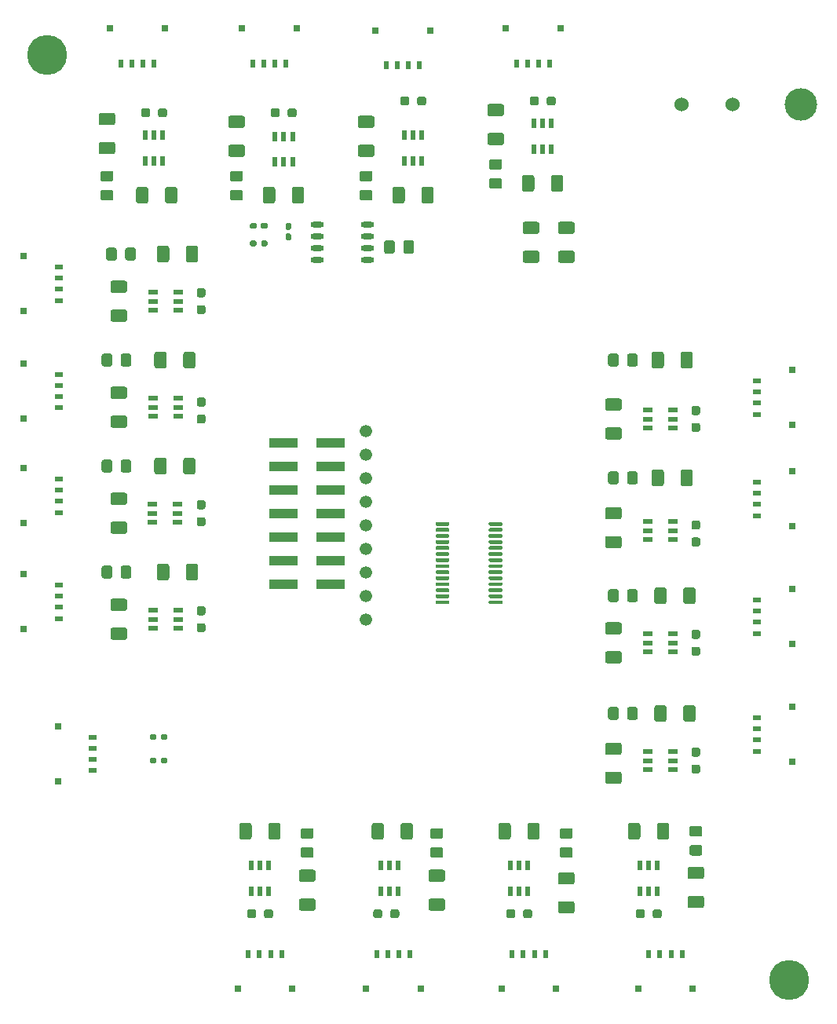
<source format=gbr>
%TF.GenerationSoftware,KiCad,Pcbnew,(5.1.9)-1*%
%TF.CreationDate,2021-03-29T17:16:35+05:30*%
%TF.ProjectId,LightStage,4c696768-7453-4746-9167-652e6b696361,rev?*%
%TF.SameCoordinates,Original*%
%TF.FileFunction,Soldermask,Top*%
%TF.FilePolarity,Negative*%
%FSLAX46Y46*%
G04 Gerber Fmt 4.6, Leading zero omitted, Abs format (unit mm)*
G04 Created by KiCad (PCBNEW (5.1.9)-1) date 2021-03-29 17:16:35*
%MOMM*%
%LPD*%
G01*
G04 APERTURE LIST*
%ADD10C,4.300000*%
%ADD11R,0.700000X0.800000*%
%ADD12R,0.600000X0.850000*%
%ADD13R,0.800000X0.700000*%
%ADD14R,0.850000X0.600000*%
%ADD15C,3.500000*%
%ADD16C,1.524000*%
%ADD17R,3.150000X1.000000*%
%ADD18C,1.340000*%
%ADD19R,0.558000X0.997699*%
%ADD20R,0.997699X0.558000*%
%ADD21O,1.450000X0.599999*%
G04 APERTURE END LIST*
D10*
%TO.C,M2*%
X116205000Y-146050000D03*
%TD*%
%TO.C,M1*%
X36195000Y-46355000D03*
%TD*%
D11*
%TO.C,J5*%
X43001999Y-43468999D03*
X48902000Y-43468999D03*
D12*
X44152000Y-47244000D03*
X45352000Y-47244000D03*
X46552000Y-47244000D03*
X47752000Y-47244000D03*
%TD*%
D13*
%TO.C,J9*%
X116551001Y-91261999D03*
X116551001Y-97162000D03*
D14*
X112776000Y-92412000D03*
X112776000Y-93612000D03*
X112776000Y-94812000D03*
X112776000Y-96012000D03*
%TD*%
D13*
%TO.C,J6*%
X116551001Y-80339999D03*
X116551001Y-86240000D03*
D14*
X112776000Y-81490000D03*
X112776000Y-82690000D03*
X112776000Y-83890000D03*
X112776000Y-85090000D03*
%TD*%
D11*
%TO.C,J7*%
X85673999Y-43468999D03*
X91574000Y-43468999D03*
D12*
X86824000Y-47244000D03*
X88024000Y-47244000D03*
X89224000Y-47244000D03*
X90424000Y-47244000D03*
%TD*%
D11*
%TO.C,J8*%
X71628000Y-43688000D03*
X77528001Y-43688000D03*
D12*
X72778001Y-47463001D03*
X73978001Y-47463001D03*
X75178001Y-47463001D03*
X76378001Y-47463001D03*
%TD*%
D11*
%TO.C,J4*%
X57225999Y-43468999D03*
X63126000Y-43468999D03*
D12*
X58376000Y-47244000D03*
X59576000Y-47244000D03*
X60776000Y-47244000D03*
X61976000Y-47244000D03*
%TD*%
D11*
%TO.C,J13*%
X62662001Y-147031001D03*
X56762000Y-147031001D03*
D12*
X61512000Y-143256000D03*
X60312000Y-143256000D03*
X59112000Y-143256000D03*
X57912000Y-143256000D03*
%TD*%
D13*
%TO.C,J20*%
X37372999Y-124638001D03*
X37372999Y-118738000D03*
D14*
X41148000Y-123488000D03*
X41148000Y-122288000D03*
X41148000Y-121088000D03*
X41148000Y-119888000D03*
%TD*%
D13*
%TO.C,J19*%
X33689999Y-73965001D03*
X33689999Y-68065000D03*
D14*
X37465000Y-72815000D03*
X37465000Y-71615000D03*
X37465000Y-70415000D03*
X37465000Y-69215000D03*
%TD*%
D13*
%TO.C,J18*%
X33689999Y-108255001D03*
X33689999Y-102355000D03*
D14*
X37465000Y-107105000D03*
X37465000Y-105905000D03*
X37465000Y-104705000D03*
X37465000Y-103505000D03*
%TD*%
D13*
%TO.C,J17*%
X33689999Y-96825001D03*
X33689999Y-90925000D03*
D14*
X37465000Y-95675000D03*
X37465000Y-94475000D03*
X37465000Y-93275000D03*
X37465000Y-92075000D03*
%TD*%
D13*
%TO.C,J16*%
X33689999Y-85522001D03*
X33689999Y-79622000D03*
D14*
X37465000Y-84372000D03*
X37465000Y-83172000D03*
X37465000Y-81972000D03*
X37465000Y-80772000D03*
%TD*%
D11*
%TO.C,J15*%
X91110001Y-147031001D03*
X85210000Y-147031001D03*
D12*
X89960000Y-143256000D03*
X88760000Y-143256000D03*
X87560000Y-143256000D03*
X86360000Y-143256000D03*
%TD*%
D11*
%TO.C,J14*%
X76505001Y-147031001D03*
X70605000Y-147031001D03*
D12*
X75355000Y-143256000D03*
X74155000Y-143256000D03*
X72955000Y-143256000D03*
X71755000Y-143256000D03*
%TD*%
D13*
%TO.C,J12*%
X116551001Y-103961999D03*
X116551001Y-109862000D03*
D14*
X112776000Y-105112000D03*
X112776000Y-106312000D03*
X112776000Y-107512000D03*
X112776000Y-108712000D03*
%TD*%
D13*
%TO.C,J11*%
X116551001Y-116661999D03*
X116551001Y-122562000D03*
D14*
X112776000Y-117812000D03*
X112776000Y-119012000D03*
X112776000Y-120212000D03*
X112776000Y-121412000D03*
%TD*%
D11*
%TO.C,J10*%
X105842001Y-147031001D03*
X99942000Y-147031001D03*
D12*
X104692000Y-143256000D03*
X103492000Y-143256000D03*
X102292000Y-143256000D03*
X101092000Y-143256000D03*
%TD*%
D15*
%TO.C,J2*%
X117475000Y-51689000D03*
D16*
X110172500Y-51689000D03*
X104648000Y-51689000D03*
%TD*%
%TO.C,D1*%
G36*
G01*
X59245000Y-64930000D02*
X59245000Y-64610000D01*
G75*
G02*
X59405000Y-64450000I160000J0D01*
G01*
X59850000Y-64450000D01*
G75*
G02*
X60010000Y-64610000I0J-160000D01*
G01*
X60010000Y-64930000D01*
G75*
G02*
X59850000Y-65090000I-160000J0D01*
G01*
X59405000Y-65090000D01*
G75*
G02*
X59245000Y-64930000I0J160000D01*
G01*
G37*
G36*
G01*
X58100000Y-64930000D02*
X58100000Y-64610000D01*
G75*
G02*
X58260000Y-64450000I160000J0D01*
G01*
X58705000Y-64450000D01*
G75*
G02*
X58865000Y-64610000I0J-160000D01*
G01*
X58865000Y-64930000D01*
G75*
G02*
X58705000Y-65090000I-160000J0D01*
G01*
X58260000Y-65090000D01*
G75*
G02*
X58100000Y-64930000I0J160000D01*
G01*
G37*
%TD*%
D17*
%TO.C,J1*%
X66787000Y-103378000D03*
X61737000Y-103378000D03*
X66787000Y-100838000D03*
X61737000Y-100838000D03*
X66787000Y-98298000D03*
X61737000Y-98298000D03*
X66787000Y-95758000D03*
X61737000Y-95758000D03*
X66787000Y-93218000D03*
X61737000Y-93218000D03*
X66787000Y-90678000D03*
X61737000Y-90678000D03*
X66787000Y-88138000D03*
X61737000Y-88138000D03*
%TD*%
D18*
%TO.C,RN1*%
X70612000Y-107188000D03*
X70612000Y-104648000D03*
X70612000Y-102108000D03*
X70612000Y-99568000D03*
X70612000Y-97028000D03*
X70612000Y-94488000D03*
X70612000Y-91948000D03*
X70612000Y-89408000D03*
X70612000Y-86868000D03*
%TD*%
%TO.C,R19*%
G36*
G01*
X106409500Y-85173000D02*
X105934500Y-85173000D01*
G75*
G02*
X105697000Y-84935500I0J237500D01*
G01*
X105697000Y-84435500D01*
G75*
G02*
X105934500Y-84198000I237500J0D01*
G01*
X106409500Y-84198000D01*
G75*
G02*
X106647000Y-84435500I0J-237500D01*
G01*
X106647000Y-84935500D01*
G75*
G02*
X106409500Y-85173000I-237500J0D01*
G01*
G37*
G36*
G01*
X106409500Y-86998000D02*
X105934500Y-86998000D01*
G75*
G02*
X105697000Y-86760500I0J237500D01*
G01*
X105697000Y-86260500D01*
G75*
G02*
X105934500Y-86023000I237500J0D01*
G01*
X106409500Y-86023000D01*
G75*
G02*
X106647000Y-86260500I0J-237500D01*
G01*
X106647000Y-86760500D01*
G75*
G02*
X106409500Y-86998000I-237500J0D01*
G01*
G37*
%TD*%
%TO.C,R18*%
G36*
G01*
X106409500Y-97515500D02*
X105934500Y-97515500D01*
G75*
G02*
X105697000Y-97278000I0J237500D01*
G01*
X105697000Y-96778000D01*
G75*
G02*
X105934500Y-96540500I237500J0D01*
G01*
X106409500Y-96540500D01*
G75*
G02*
X106647000Y-96778000I0J-237500D01*
G01*
X106647000Y-97278000D01*
G75*
G02*
X106409500Y-97515500I-237500J0D01*
G01*
G37*
G36*
G01*
X106409500Y-99340500D02*
X105934500Y-99340500D01*
G75*
G02*
X105697000Y-99103000I0J237500D01*
G01*
X105697000Y-98603000D01*
G75*
G02*
X105934500Y-98365500I237500J0D01*
G01*
X106409500Y-98365500D01*
G75*
G02*
X106647000Y-98603000I0J-237500D01*
G01*
X106647000Y-99103000D01*
G75*
G02*
X106409500Y-99340500I-237500J0D01*
G01*
G37*
%TD*%
%TO.C,R17*%
G36*
G01*
X61297000Y-52340500D02*
X61297000Y-52815500D01*
G75*
G02*
X61059500Y-53053000I-237500J0D01*
G01*
X60559500Y-53053000D01*
G75*
G02*
X60322000Y-52815500I0J237500D01*
G01*
X60322000Y-52340500D01*
G75*
G02*
X60559500Y-52103000I237500J0D01*
G01*
X61059500Y-52103000D01*
G75*
G02*
X61297000Y-52340500I0J-237500D01*
G01*
G37*
G36*
G01*
X63122000Y-52340500D02*
X63122000Y-52815500D01*
G75*
G02*
X62884500Y-53053000I-237500J0D01*
G01*
X62384500Y-53053000D01*
G75*
G02*
X62147000Y-52815500I0J237500D01*
G01*
X62147000Y-52340500D01*
G75*
G02*
X62384500Y-52103000I237500J0D01*
G01*
X62884500Y-52103000D01*
G75*
G02*
X63122000Y-52340500I0J-237500D01*
G01*
G37*
%TD*%
%TO.C,R16*%
G36*
G01*
X75267000Y-51070500D02*
X75267000Y-51545500D01*
G75*
G02*
X75029500Y-51783000I-237500J0D01*
G01*
X74529500Y-51783000D01*
G75*
G02*
X74292000Y-51545500I0J237500D01*
G01*
X74292000Y-51070500D01*
G75*
G02*
X74529500Y-50833000I237500J0D01*
G01*
X75029500Y-50833000D01*
G75*
G02*
X75267000Y-51070500I0J-237500D01*
G01*
G37*
G36*
G01*
X77092000Y-51070500D02*
X77092000Y-51545500D01*
G75*
G02*
X76854500Y-51783000I-237500J0D01*
G01*
X76354500Y-51783000D01*
G75*
G02*
X76117000Y-51545500I0J237500D01*
G01*
X76117000Y-51070500D01*
G75*
G02*
X76354500Y-50833000I237500J0D01*
G01*
X76854500Y-50833000D01*
G75*
G02*
X77092000Y-51070500I0J-237500D01*
G01*
G37*
%TD*%
%TO.C,R15*%
G36*
G01*
X89237000Y-51070500D02*
X89237000Y-51545500D01*
G75*
G02*
X88999500Y-51783000I-237500J0D01*
G01*
X88499500Y-51783000D01*
G75*
G02*
X88262000Y-51545500I0J237500D01*
G01*
X88262000Y-51070500D01*
G75*
G02*
X88499500Y-50833000I237500J0D01*
G01*
X88999500Y-50833000D01*
G75*
G02*
X89237000Y-51070500I0J-237500D01*
G01*
G37*
G36*
G01*
X91062000Y-51070500D02*
X91062000Y-51545500D01*
G75*
G02*
X90824500Y-51783000I-237500J0D01*
G01*
X90324500Y-51783000D01*
G75*
G02*
X90087000Y-51545500I0J237500D01*
G01*
X90087000Y-51070500D01*
G75*
G02*
X90324500Y-50833000I237500J0D01*
G01*
X90824500Y-50833000D01*
G75*
G02*
X91062000Y-51070500I0J-237500D01*
G01*
G37*
%TD*%
%TO.C,R14*%
G36*
G01*
X47327000Y-52340500D02*
X47327000Y-52815500D01*
G75*
G02*
X47089500Y-53053000I-237500J0D01*
G01*
X46589500Y-53053000D01*
G75*
G02*
X46352000Y-52815500I0J237500D01*
G01*
X46352000Y-52340500D01*
G75*
G02*
X46589500Y-52103000I237500J0D01*
G01*
X47089500Y-52103000D01*
G75*
G02*
X47327000Y-52340500I0J-237500D01*
G01*
G37*
G36*
G01*
X49152000Y-52340500D02*
X49152000Y-52815500D01*
G75*
G02*
X48914500Y-53053000I-237500J0D01*
G01*
X48414500Y-53053000D01*
G75*
G02*
X48177000Y-52815500I0J237500D01*
G01*
X48177000Y-52340500D01*
G75*
G02*
X48414500Y-52103000I237500J0D01*
G01*
X48914500Y-52103000D01*
G75*
G02*
X49152000Y-52340500I0J-237500D01*
G01*
G37*
%TD*%
%TO.C,R13*%
G36*
G01*
X106409500Y-109303000D02*
X105934500Y-109303000D01*
G75*
G02*
X105697000Y-109065500I0J237500D01*
G01*
X105697000Y-108565500D01*
G75*
G02*
X105934500Y-108328000I237500J0D01*
G01*
X106409500Y-108328000D01*
G75*
G02*
X106647000Y-108565500I0J-237500D01*
G01*
X106647000Y-109065500D01*
G75*
G02*
X106409500Y-109303000I-237500J0D01*
G01*
G37*
G36*
G01*
X106409500Y-111128000D02*
X105934500Y-111128000D01*
G75*
G02*
X105697000Y-110890500I0J237500D01*
G01*
X105697000Y-110390500D01*
G75*
G02*
X105934500Y-110153000I237500J0D01*
G01*
X106409500Y-110153000D01*
G75*
G02*
X106647000Y-110390500I0J-237500D01*
G01*
X106647000Y-110890500D01*
G75*
G02*
X106409500Y-111128000I-237500J0D01*
G01*
G37*
%TD*%
%TO.C,R12*%
G36*
G01*
X106409500Y-122003000D02*
X105934500Y-122003000D01*
G75*
G02*
X105697000Y-121765500I0J237500D01*
G01*
X105697000Y-121265500D01*
G75*
G02*
X105934500Y-121028000I237500J0D01*
G01*
X106409500Y-121028000D01*
G75*
G02*
X106647000Y-121265500I0J-237500D01*
G01*
X106647000Y-121765500D01*
G75*
G02*
X106409500Y-122003000I-237500J0D01*
G01*
G37*
G36*
G01*
X106409500Y-123828000D02*
X105934500Y-123828000D01*
G75*
G02*
X105697000Y-123590500I0J237500D01*
G01*
X105697000Y-123090500D01*
G75*
G02*
X105934500Y-122853000I237500J0D01*
G01*
X106409500Y-122853000D01*
G75*
G02*
X106647000Y-123090500I0J-237500D01*
G01*
X106647000Y-123590500D01*
G75*
G02*
X106409500Y-123828000I-237500J0D01*
G01*
G37*
%TD*%
%TO.C,R11*%
G36*
G01*
X87547000Y-139175500D02*
X87547000Y-138700500D01*
G75*
G02*
X87784500Y-138463000I237500J0D01*
G01*
X88284500Y-138463000D01*
G75*
G02*
X88522000Y-138700500I0J-237500D01*
G01*
X88522000Y-139175500D01*
G75*
G02*
X88284500Y-139413000I-237500J0D01*
G01*
X87784500Y-139413000D01*
G75*
G02*
X87547000Y-139175500I0J237500D01*
G01*
G37*
G36*
G01*
X85722000Y-139175500D02*
X85722000Y-138700500D01*
G75*
G02*
X85959500Y-138463000I237500J0D01*
G01*
X86459500Y-138463000D01*
G75*
G02*
X86697000Y-138700500I0J-237500D01*
G01*
X86697000Y-139175500D01*
G75*
G02*
X86459500Y-139413000I-237500J0D01*
G01*
X85959500Y-139413000D01*
G75*
G02*
X85722000Y-139175500I0J237500D01*
G01*
G37*
%TD*%
%TO.C,R10*%
G36*
G01*
X101517000Y-139175500D02*
X101517000Y-138700500D01*
G75*
G02*
X101754500Y-138463000I237500J0D01*
G01*
X102254500Y-138463000D01*
G75*
G02*
X102492000Y-138700500I0J-237500D01*
G01*
X102492000Y-139175500D01*
G75*
G02*
X102254500Y-139413000I-237500J0D01*
G01*
X101754500Y-139413000D01*
G75*
G02*
X101517000Y-139175500I0J237500D01*
G01*
G37*
G36*
G01*
X99692000Y-139175500D02*
X99692000Y-138700500D01*
G75*
G02*
X99929500Y-138463000I237500J0D01*
G01*
X100429500Y-138463000D01*
G75*
G02*
X100667000Y-138700500I0J-237500D01*
G01*
X100667000Y-139175500D01*
G75*
G02*
X100429500Y-139413000I-237500J0D01*
G01*
X99929500Y-139413000D01*
G75*
G02*
X99692000Y-139175500I0J237500D01*
G01*
G37*
%TD*%
%TO.C,L16*%
G36*
G01*
X98757000Y-79698001D02*
X98757000Y-78797999D01*
G75*
G02*
X99006999Y-78548000I249999J0D01*
G01*
X99657001Y-78548000D01*
G75*
G02*
X99907000Y-78797999I0J-249999D01*
G01*
X99907000Y-79698001D01*
G75*
G02*
X99657001Y-79948000I-249999J0D01*
G01*
X99006999Y-79948000D01*
G75*
G02*
X98757000Y-79698001I0J249999D01*
G01*
G37*
G36*
G01*
X96707000Y-79698001D02*
X96707000Y-78797999D01*
G75*
G02*
X96956999Y-78548000I249999J0D01*
G01*
X97607001Y-78548000D01*
G75*
G02*
X97857000Y-78797999I0J-249999D01*
G01*
X97857000Y-79698001D01*
G75*
G02*
X97607001Y-79948000I-249999J0D01*
G01*
X96956999Y-79948000D01*
G75*
G02*
X96707000Y-79698001I0J249999D01*
G01*
G37*
%TD*%
%TO.C,L15*%
G36*
G01*
X98757000Y-92398001D02*
X98757000Y-91497999D01*
G75*
G02*
X99006999Y-91248000I249999J0D01*
G01*
X99657001Y-91248000D01*
G75*
G02*
X99907000Y-91497999I0J-249999D01*
G01*
X99907000Y-92398001D01*
G75*
G02*
X99657001Y-92648000I-249999J0D01*
G01*
X99006999Y-92648000D01*
G75*
G02*
X98757000Y-92398001I0J249999D01*
G01*
G37*
G36*
G01*
X96707000Y-92398001D02*
X96707000Y-91497999D01*
G75*
G02*
X96956999Y-91248000I249999J0D01*
G01*
X97607001Y-91248000D01*
G75*
G02*
X97857000Y-91497999I0J-249999D01*
G01*
X97857000Y-92398001D01*
G75*
G02*
X97607001Y-92648000I-249999J0D01*
G01*
X96956999Y-92648000D01*
G75*
G02*
X96707000Y-92398001I0J249999D01*
G01*
G37*
%TD*%
%TO.C,L14*%
G36*
G01*
X57092001Y-59993000D02*
X56191999Y-59993000D01*
G75*
G02*
X55942000Y-59743001I0J249999D01*
G01*
X55942000Y-59092999D01*
G75*
G02*
X56191999Y-58843000I249999J0D01*
G01*
X57092001Y-58843000D01*
G75*
G02*
X57342000Y-59092999I0J-249999D01*
G01*
X57342000Y-59743001D01*
G75*
G02*
X57092001Y-59993000I-249999J0D01*
G01*
G37*
G36*
G01*
X57092001Y-62043000D02*
X56191999Y-62043000D01*
G75*
G02*
X55942000Y-61793001I0J249999D01*
G01*
X55942000Y-61142999D01*
G75*
G02*
X56191999Y-60893000I249999J0D01*
G01*
X57092001Y-60893000D01*
G75*
G02*
X57342000Y-61142999I0J-249999D01*
G01*
X57342000Y-61793001D01*
G75*
G02*
X57092001Y-62043000I-249999J0D01*
G01*
G37*
%TD*%
%TO.C,L13*%
G36*
G01*
X71062001Y-59993000D02*
X70161999Y-59993000D01*
G75*
G02*
X69912000Y-59743001I0J249999D01*
G01*
X69912000Y-59092999D01*
G75*
G02*
X70161999Y-58843000I249999J0D01*
G01*
X71062001Y-58843000D01*
G75*
G02*
X71312000Y-59092999I0J-249999D01*
G01*
X71312000Y-59743001D01*
G75*
G02*
X71062001Y-59993000I-249999J0D01*
G01*
G37*
G36*
G01*
X71062001Y-62043000D02*
X70161999Y-62043000D01*
G75*
G02*
X69912000Y-61793001I0J249999D01*
G01*
X69912000Y-61142999D01*
G75*
G02*
X70161999Y-60893000I249999J0D01*
G01*
X71062001Y-60893000D01*
G75*
G02*
X71312000Y-61142999I0J-249999D01*
G01*
X71312000Y-61793001D01*
G75*
G02*
X71062001Y-62043000I-249999J0D01*
G01*
G37*
%TD*%
%TO.C,L12*%
G36*
G01*
X85032001Y-58723000D02*
X84131999Y-58723000D01*
G75*
G02*
X83882000Y-58473001I0J249999D01*
G01*
X83882000Y-57822999D01*
G75*
G02*
X84131999Y-57573000I249999J0D01*
G01*
X85032001Y-57573000D01*
G75*
G02*
X85282000Y-57822999I0J-249999D01*
G01*
X85282000Y-58473001D01*
G75*
G02*
X85032001Y-58723000I-249999J0D01*
G01*
G37*
G36*
G01*
X85032001Y-60773000D02*
X84131999Y-60773000D01*
G75*
G02*
X83882000Y-60523001I0J249999D01*
G01*
X83882000Y-59872999D01*
G75*
G02*
X84131999Y-59623000I249999J0D01*
G01*
X85032001Y-59623000D01*
G75*
G02*
X85282000Y-59872999I0J-249999D01*
G01*
X85282000Y-60523001D01*
G75*
G02*
X85032001Y-60773000I-249999J0D01*
G01*
G37*
%TD*%
%TO.C,L11*%
G36*
G01*
X43122001Y-59993000D02*
X42221999Y-59993000D01*
G75*
G02*
X41972000Y-59743001I0J249999D01*
G01*
X41972000Y-59092999D01*
G75*
G02*
X42221999Y-58843000I249999J0D01*
G01*
X43122001Y-58843000D01*
G75*
G02*
X43372000Y-59092999I0J-249999D01*
G01*
X43372000Y-59743001D01*
G75*
G02*
X43122001Y-59993000I-249999J0D01*
G01*
G37*
G36*
G01*
X43122001Y-62043000D02*
X42221999Y-62043000D01*
G75*
G02*
X41972000Y-61793001I0J249999D01*
G01*
X41972000Y-61142999D01*
G75*
G02*
X42221999Y-60893000I249999J0D01*
G01*
X43122001Y-60893000D01*
G75*
G02*
X43372000Y-61142999I0J-249999D01*
G01*
X43372000Y-61793001D01*
G75*
G02*
X43122001Y-62043000I-249999J0D01*
G01*
G37*
%TD*%
%TO.C,L10*%
G36*
G01*
X98757000Y-105098001D02*
X98757000Y-104197999D01*
G75*
G02*
X99006999Y-103948000I249999J0D01*
G01*
X99657001Y-103948000D01*
G75*
G02*
X99907000Y-104197999I0J-249999D01*
G01*
X99907000Y-105098001D01*
G75*
G02*
X99657001Y-105348000I-249999J0D01*
G01*
X99006999Y-105348000D01*
G75*
G02*
X98757000Y-105098001I0J249999D01*
G01*
G37*
G36*
G01*
X96707000Y-105098001D02*
X96707000Y-104197999D01*
G75*
G02*
X96956999Y-103948000I249999J0D01*
G01*
X97607001Y-103948000D01*
G75*
G02*
X97857000Y-104197999I0J-249999D01*
G01*
X97857000Y-105098001D01*
G75*
G02*
X97607001Y-105348000I-249999J0D01*
G01*
X96956999Y-105348000D01*
G75*
G02*
X96707000Y-105098001I0J249999D01*
G01*
G37*
%TD*%
%TO.C,L9*%
G36*
G01*
X98757000Y-117798001D02*
X98757000Y-116897999D01*
G75*
G02*
X99006999Y-116648000I249999J0D01*
G01*
X99657001Y-116648000D01*
G75*
G02*
X99907000Y-116897999I0J-249999D01*
G01*
X99907000Y-117798001D01*
G75*
G02*
X99657001Y-118048000I-249999J0D01*
G01*
X99006999Y-118048000D01*
G75*
G02*
X98757000Y-117798001I0J249999D01*
G01*
G37*
G36*
G01*
X96707000Y-117798001D02*
X96707000Y-116897999D01*
G75*
G02*
X96956999Y-116648000I249999J0D01*
G01*
X97607001Y-116648000D01*
G75*
G02*
X97857000Y-116897999I0J-249999D01*
G01*
X97857000Y-117798001D01*
G75*
G02*
X97607001Y-118048000I-249999J0D01*
G01*
X96956999Y-118048000D01*
G75*
G02*
X96707000Y-117798001I0J249999D01*
G01*
G37*
%TD*%
%TO.C,L8*%
G36*
G01*
X91751999Y-131768000D02*
X92652001Y-131768000D01*
G75*
G02*
X92902000Y-132017999I0J-249999D01*
G01*
X92902000Y-132668001D01*
G75*
G02*
X92652001Y-132918000I-249999J0D01*
G01*
X91751999Y-132918000D01*
G75*
G02*
X91502000Y-132668001I0J249999D01*
G01*
X91502000Y-132017999D01*
G75*
G02*
X91751999Y-131768000I249999J0D01*
G01*
G37*
G36*
G01*
X91751999Y-129718000D02*
X92652001Y-129718000D01*
G75*
G02*
X92902000Y-129967999I0J-249999D01*
G01*
X92902000Y-130618001D01*
G75*
G02*
X92652001Y-130868000I-249999J0D01*
G01*
X91751999Y-130868000D01*
G75*
G02*
X91502000Y-130618001I0J249999D01*
G01*
X91502000Y-129967999D01*
G75*
G02*
X91751999Y-129718000I249999J0D01*
G01*
G37*
%TD*%
%TO.C,L7*%
G36*
G01*
X105721999Y-131523000D02*
X106622001Y-131523000D01*
G75*
G02*
X106872000Y-131772999I0J-249999D01*
G01*
X106872000Y-132423001D01*
G75*
G02*
X106622001Y-132673000I-249999J0D01*
G01*
X105721999Y-132673000D01*
G75*
G02*
X105472000Y-132423001I0J249999D01*
G01*
X105472000Y-131772999D01*
G75*
G02*
X105721999Y-131523000I249999J0D01*
G01*
G37*
G36*
G01*
X105721999Y-129473000D02*
X106622001Y-129473000D01*
G75*
G02*
X106872000Y-129722999I0J-249999D01*
G01*
X106872000Y-130373001D01*
G75*
G02*
X106622001Y-130623000I-249999J0D01*
G01*
X105721999Y-130623000D01*
G75*
G02*
X105472000Y-130373001I0J249999D01*
G01*
X105472000Y-129722999D01*
G75*
G02*
X105721999Y-129473000I249999J0D01*
G01*
G37*
%TD*%
%TO.C,C39*%
G36*
G01*
X104532000Y-79898003D02*
X104532000Y-78597997D01*
G75*
G02*
X104781997Y-78348000I249997J0D01*
G01*
X105607003Y-78348000D01*
G75*
G02*
X105857000Y-78597997I0J-249997D01*
G01*
X105857000Y-79898003D01*
G75*
G02*
X105607003Y-80148000I-249997J0D01*
G01*
X104781997Y-80148000D01*
G75*
G02*
X104532000Y-79898003I0J249997D01*
G01*
G37*
G36*
G01*
X101407000Y-79898003D02*
X101407000Y-78597997D01*
G75*
G02*
X101656997Y-78348000I249997J0D01*
G01*
X102482003Y-78348000D01*
G75*
G02*
X102732000Y-78597997I0J-249997D01*
G01*
X102732000Y-79898003D01*
G75*
G02*
X102482003Y-80148000I-249997J0D01*
G01*
X101656997Y-80148000D01*
G75*
G02*
X101407000Y-79898003I0J249997D01*
G01*
G37*
%TD*%
%TO.C,C38*%
G36*
G01*
X104532000Y-92598003D02*
X104532000Y-91297997D01*
G75*
G02*
X104781997Y-91048000I249997J0D01*
G01*
X105607003Y-91048000D01*
G75*
G02*
X105857000Y-91297997I0J-249997D01*
G01*
X105857000Y-92598003D01*
G75*
G02*
X105607003Y-92848000I-249997J0D01*
G01*
X104781997Y-92848000D01*
G75*
G02*
X104532000Y-92598003I0J249997D01*
G01*
G37*
G36*
G01*
X101407000Y-92598003D02*
X101407000Y-91297997D01*
G75*
G02*
X101656997Y-91048000I249997J0D01*
G01*
X102482003Y-91048000D01*
G75*
G02*
X102732000Y-91297997I0J-249997D01*
G01*
X102732000Y-92598003D01*
G75*
G02*
X102482003Y-92848000I-249997J0D01*
G01*
X101656997Y-92848000D01*
G75*
G02*
X101407000Y-92598003I0J249997D01*
G01*
G37*
%TD*%
%TO.C,C37*%
G36*
G01*
X57292003Y-54218000D02*
X55991997Y-54218000D01*
G75*
G02*
X55742000Y-53968003I0J249997D01*
G01*
X55742000Y-53142997D01*
G75*
G02*
X55991997Y-52893000I249997J0D01*
G01*
X57292003Y-52893000D01*
G75*
G02*
X57542000Y-53142997I0J-249997D01*
G01*
X57542000Y-53968003D01*
G75*
G02*
X57292003Y-54218000I-249997J0D01*
G01*
G37*
G36*
G01*
X57292003Y-57343000D02*
X55991997Y-57343000D01*
G75*
G02*
X55742000Y-57093003I0J249997D01*
G01*
X55742000Y-56267997D01*
G75*
G02*
X55991997Y-56018000I249997J0D01*
G01*
X57292003Y-56018000D01*
G75*
G02*
X57542000Y-56267997I0J-249997D01*
G01*
X57542000Y-57093003D01*
G75*
G02*
X57292003Y-57343000I-249997J0D01*
G01*
G37*
%TD*%
%TO.C,C36*%
G36*
G01*
X71262003Y-54218000D02*
X69961997Y-54218000D01*
G75*
G02*
X69712000Y-53968003I0J249997D01*
G01*
X69712000Y-53142997D01*
G75*
G02*
X69961997Y-52893000I249997J0D01*
G01*
X71262003Y-52893000D01*
G75*
G02*
X71512000Y-53142997I0J-249997D01*
G01*
X71512000Y-53968003D01*
G75*
G02*
X71262003Y-54218000I-249997J0D01*
G01*
G37*
G36*
G01*
X71262003Y-57343000D02*
X69961997Y-57343000D01*
G75*
G02*
X69712000Y-57093003I0J249997D01*
G01*
X69712000Y-56267997D01*
G75*
G02*
X69961997Y-56018000I249997J0D01*
G01*
X71262003Y-56018000D01*
G75*
G02*
X71512000Y-56267997I0J-249997D01*
G01*
X71512000Y-57093003D01*
G75*
G02*
X71262003Y-57343000I-249997J0D01*
G01*
G37*
%TD*%
%TO.C,C35*%
G36*
G01*
X85232003Y-52948000D02*
X83931997Y-52948000D01*
G75*
G02*
X83682000Y-52698003I0J249997D01*
G01*
X83682000Y-51872997D01*
G75*
G02*
X83931997Y-51623000I249997J0D01*
G01*
X85232003Y-51623000D01*
G75*
G02*
X85482000Y-51872997I0J-249997D01*
G01*
X85482000Y-52698003D01*
G75*
G02*
X85232003Y-52948000I-249997J0D01*
G01*
G37*
G36*
G01*
X85232003Y-56073000D02*
X83931997Y-56073000D01*
G75*
G02*
X83682000Y-55823003I0J249997D01*
G01*
X83682000Y-54997997D01*
G75*
G02*
X83931997Y-54748000I249997J0D01*
G01*
X85232003Y-54748000D01*
G75*
G02*
X85482000Y-54997997I0J-249997D01*
G01*
X85482000Y-55823003D01*
G75*
G02*
X85232003Y-56073000I-249997J0D01*
G01*
G37*
%TD*%
%TO.C,C34*%
G36*
G01*
X97932003Y-84698000D02*
X96631997Y-84698000D01*
G75*
G02*
X96382000Y-84448003I0J249997D01*
G01*
X96382000Y-83622997D01*
G75*
G02*
X96631997Y-83373000I249997J0D01*
G01*
X97932003Y-83373000D01*
G75*
G02*
X98182000Y-83622997I0J-249997D01*
G01*
X98182000Y-84448003D01*
G75*
G02*
X97932003Y-84698000I-249997J0D01*
G01*
G37*
G36*
G01*
X97932003Y-87823000D02*
X96631997Y-87823000D01*
G75*
G02*
X96382000Y-87573003I0J249997D01*
G01*
X96382000Y-86747997D01*
G75*
G02*
X96631997Y-86498000I249997J0D01*
G01*
X97932003Y-86498000D01*
G75*
G02*
X98182000Y-86747997I0J-249997D01*
G01*
X98182000Y-87573003D01*
G75*
G02*
X97932003Y-87823000I-249997J0D01*
G01*
G37*
%TD*%
%TO.C,C33*%
G36*
G01*
X97932003Y-96420500D02*
X96631997Y-96420500D01*
G75*
G02*
X96382000Y-96170503I0J249997D01*
G01*
X96382000Y-95345497D01*
G75*
G02*
X96631997Y-95095500I249997J0D01*
G01*
X97932003Y-95095500D01*
G75*
G02*
X98182000Y-95345497I0J-249997D01*
G01*
X98182000Y-96170503D01*
G75*
G02*
X97932003Y-96420500I-249997J0D01*
G01*
G37*
G36*
G01*
X97932003Y-99545500D02*
X96631997Y-99545500D01*
G75*
G02*
X96382000Y-99295503I0J249997D01*
G01*
X96382000Y-98470497D01*
G75*
G02*
X96631997Y-98220500I249997J0D01*
G01*
X97932003Y-98220500D01*
G75*
G02*
X98182000Y-98470497I0J-249997D01*
G01*
X98182000Y-99295503D01*
G75*
G02*
X97932003Y-99545500I-249997J0D01*
G01*
G37*
%TD*%
%TO.C,C32*%
G36*
G01*
X60822000Y-60817997D02*
X60822000Y-62118003D01*
G75*
G02*
X60572003Y-62368000I-249997J0D01*
G01*
X59746997Y-62368000D01*
G75*
G02*
X59497000Y-62118003I0J249997D01*
G01*
X59497000Y-60817997D01*
G75*
G02*
X59746997Y-60568000I249997J0D01*
G01*
X60572003Y-60568000D01*
G75*
G02*
X60822000Y-60817997I0J-249997D01*
G01*
G37*
G36*
G01*
X63947000Y-60817997D02*
X63947000Y-62118003D01*
G75*
G02*
X63697003Y-62368000I-249997J0D01*
G01*
X62871997Y-62368000D01*
G75*
G02*
X62622000Y-62118003I0J249997D01*
G01*
X62622000Y-60817997D01*
G75*
G02*
X62871997Y-60568000I249997J0D01*
G01*
X63697003Y-60568000D01*
G75*
G02*
X63947000Y-60817997I0J-249997D01*
G01*
G37*
%TD*%
%TO.C,C31*%
G36*
G01*
X74792000Y-60817997D02*
X74792000Y-62118003D01*
G75*
G02*
X74542003Y-62368000I-249997J0D01*
G01*
X73716997Y-62368000D01*
G75*
G02*
X73467000Y-62118003I0J249997D01*
G01*
X73467000Y-60817997D01*
G75*
G02*
X73716997Y-60568000I249997J0D01*
G01*
X74542003Y-60568000D01*
G75*
G02*
X74792000Y-60817997I0J-249997D01*
G01*
G37*
G36*
G01*
X77917000Y-60817997D02*
X77917000Y-62118003D01*
G75*
G02*
X77667003Y-62368000I-249997J0D01*
G01*
X76841997Y-62368000D01*
G75*
G02*
X76592000Y-62118003I0J249997D01*
G01*
X76592000Y-60817997D01*
G75*
G02*
X76841997Y-60568000I249997J0D01*
G01*
X77667003Y-60568000D01*
G75*
G02*
X77917000Y-60817997I0J-249997D01*
G01*
G37*
%TD*%
%TO.C,C30*%
G36*
G01*
X88762000Y-59547997D02*
X88762000Y-60848003D01*
G75*
G02*
X88512003Y-61098000I-249997J0D01*
G01*
X87686997Y-61098000D01*
G75*
G02*
X87437000Y-60848003I0J249997D01*
G01*
X87437000Y-59547997D01*
G75*
G02*
X87686997Y-59298000I249997J0D01*
G01*
X88512003Y-59298000D01*
G75*
G02*
X88762000Y-59547997I0J-249997D01*
G01*
G37*
G36*
G01*
X91887000Y-59547997D02*
X91887000Y-60848003D01*
G75*
G02*
X91637003Y-61098000I-249997J0D01*
G01*
X90811997Y-61098000D01*
G75*
G02*
X90562000Y-60848003I0J249997D01*
G01*
X90562000Y-59547997D01*
G75*
G02*
X90811997Y-59298000I249997J0D01*
G01*
X91637003Y-59298000D01*
G75*
G02*
X91887000Y-59547997I0J-249997D01*
G01*
G37*
%TD*%
%TO.C,C29*%
G36*
G01*
X43322003Y-53925500D02*
X42021997Y-53925500D01*
G75*
G02*
X41772000Y-53675503I0J249997D01*
G01*
X41772000Y-52850497D01*
G75*
G02*
X42021997Y-52600500I249997J0D01*
G01*
X43322003Y-52600500D01*
G75*
G02*
X43572000Y-52850497I0J-249997D01*
G01*
X43572000Y-53675503D01*
G75*
G02*
X43322003Y-53925500I-249997J0D01*
G01*
G37*
G36*
G01*
X43322003Y-57050500D02*
X42021997Y-57050500D01*
G75*
G02*
X41772000Y-56800503I0J249997D01*
G01*
X41772000Y-55975497D01*
G75*
G02*
X42021997Y-55725500I249997J0D01*
G01*
X43322003Y-55725500D01*
G75*
G02*
X43572000Y-55975497I0J-249997D01*
G01*
X43572000Y-56800503D01*
G75*
G02*
X43322003Y-57050500I-249997J0D01*
G01*
G37*
%TD*%
%TO.C,C28*%
G36*
G01*
X104824500Y-105298003D02*
X104824500Y-103997997D01*
G75*
G02*
X105074497Y-103748000I249997J0D01*
G01*
X105899503Y-103748000D01*
G75*
G02*
X106149500Y-103997997I0J-249997D01*
G01*
X106149500Y-105298003D01*
G75*
G02*
X105899503Y-105548000I-249997J0D01*
G01*
X105074497Y-105548000D01*
G75*
G02*
X104824500Y-105298003I0J249997D01*
G01*
G37*
G36*
G01*
X101699500Y-105298003D02*
X101699500Y-103997997D01*
G75*
G02*
X101949497Y-103748000I249997J0D01*
G01*
X102774503Y-103748000D01*
G75*
G02*
X103024500Y-103997997I0J-249997D01*
G01*
X103024500Y-105298003D01*
G75*
G02*
X102774503Y-105548000I-249997J0D01*
G01*
X101949497Y-105548000D01*
G75*
G02*
X101699500Y-105298003I0J249997D01*
G01*
G37*
%TD*%
%TO.C,C27*%
G36*
G01*
X104824500Y-117998003D02*
X104824500Y-116697997D01*
G75*
G02*
X105074497Y-116448000I249997J0D01*
G01*
X105899503Y-116448000D01*
G75*
G02*
X106149500Y-116697997I0J-249997D01*
G01*
X106149500Y-117998003D01*
G75*
G02*
X105899503Y-118248000I-249997J0D01*
G01*
X105074497Y-118248000D01*
G75*
G02*
X104824500Y-117998003I0J249997D01*
G01*
G37*
G36*
G01*
X101699500Y-117998003D02*
X101699500Y-116697997D01*
G75*
G02*
X101949497Y-116448000I249997J0D01*
G01*
X102774503Y-116448000D01*
G75*
G02*
X103024500Y-116697997I0J-249997D01*
G01*
X103024500Y-117998003D01*
G75*
G02*
X102774503Y-118248000I-249997J0D01*
G01*
X101949497Y-118248000D01*
G75*
G02*
X101699500Y-117998003I0J249997D01*
G01*
G37*
%TD*%
%TO.C,C26*%
G36*
G01*
X92852003Y-135790500D02*
X91551997Y-135790500D01*
G75*
G02*
X91302000Y-135540503I0J249997D01*
G01*
X91302000Y-134715497D01*
G75*
G02*
X91551997Y-134465500I249997J0D01*
G01*
X92852003Y-134465500D01*
G75*
G02*
X93102000Y-134715497I0J-249997D01*
G01*
X93102000Y-135540503D01*
G75*
G02*
X92852003Y-135790500I-249997J0D01*
G01*
G37*
G36*
G01*
X92852003Y-138915500D02*
X91551997Y-138915500D01*
G75*
G02*
X91302000Y-138665503I0J249997D01*
G01*
X91302000Y-137840497D01*
G75*
G02*
X91551997Y-137590500I249997J0D01*
G01*
X92852003Y-137590500D01*
G75*
G02*
X93102000Y-137840497I0J-249997D01*
G01*
X93102000Y-138665503D01*
G75*
G02*
X92852003Y-138915500I-249997J0D01*
G01*
G37*
%TD*%
%TO.C,C25*%
G36*
G01*
X105521997Y-137005500D02*
X106822003Y-137005500D01*
G75*
G02*
X107072000Y-137255497I0J-249997D01*
G01*
X107072000Y-138080503D01*
G75*
G02*
X106822003Y-138330500I-249997J0D01*
G01*
X105521997Y-138330500D01*
G75*
G02*
X105272000Y-138080503I0J249997D01*
G01*
X105272000Y-137255497D01*
G75*
G02*
X105521997Y-137005500I249997J0D01*
G01*
G37*
G36*
G01*
X105521997Y-133880500D02*
X106822003Y-133880500D01*
G75*
G02*
X107072000Y-134130497I0J-249997D01*
G01*
X107072000Y-134955503D01*
G75*
G02*
X106822003Y-135205500I-249997J0D01*
G01*
X105521997Y-135205500D01*
G75*
G02*
X105272000Y-134955503I0J249997D01*
G01*
X105272000Y-134130497D01*
G75*
G02*
X105521997Y-133880500I249997J0D01*
G01*
G37*
%TD*%
%TO.C,C23*%
G36*
G01*
X47144500Y-60817997D02*
X47144500Y-62118003D01*
G75*
G02*
X46894503Y-62368000I-249997J0D01*
G01*
X46069497Y-62368000D01*
G75*
G02*
X45819500Y-62118003I0J249997D01*
G01*
X45819500Y-60817997D01*
G75*
G02*
X46069497Y-60568000I249997J0D01*
G01*
X46894503Y-60568000D01*
G75*
G02*
X47144500Y-60817997I0J-249997D01*
G01*
G37*
G36*
G01*
X50269500Y-60817997D02*
X50269500Y-62118003D01*
G75*
G02*
X50019503Y-62368000I-249997J0D01*
G01*
X49194497Y-62368000D01*
G75*
G02*
X48944500Y-62118003I0J249997D01*
G01*
X48944500Y-60817997D01*
G75*
G02*
X49194497Y-60568000I249997J0D01*
G01*
X50019503Y-60568000D01*
G75*
G02*
X50269500Y-60817997I0J-249997D01*
G01*
G37*
%TD*%
%TO.C,C22*%
G36*
G01*
X97932003Y-108828000D02*
X96631997Y-108828000D01*
G75*
G02*
X96382000Y-108578003I0J249997D01*
G01*
X96382000Y-107752997D01*
G75*
G02*
X96631997Y-107503000I249997J0D01*
G01*
X97932003Y-107503000D01*
G75*
G02*
X98182000Y-107752997I0J-249997D01*
G01*
X98182000Y-108578003D01*
G75*
G02*
X97932003Y-108828000I-249997J0D01*
G01*
G37*
G36*
G01*
X97932003Y-111953000D02*
X96631997Y-111953000D01*
G75*
G02*
X96382000Y-111703003I0J249997D01*
G01*
X96382000Y-110877997D01*
G75*
G02*
X96631997Y-110628000I249997J0D01*
G01*
X97932003Y-110628000D01*
G75*
G02*
X98182000Y-110877997I0J-249997D01*
G01*
X98182000Y-111703003D01*
G75*
G02*
X97932003Y-111953000I-249997J0D01*
G01*
G37*
%TD*%
%TO.C,C21*%
G36*
G01*
X97932003Y-121820500D02*
X96631997Y-121820500D01*
G75*
G02*
X96382000Y-121570503I0J249997D01*
G01*
X96382000Y-120745497D01*
G75*
G02*
X96631997Y-120495500I249997J0D01*
G01*
X97932003Y-120495500D01*
G75*
G02*
X98182000Y-120745497I0J-249997D01*
G01*
X98182000Y-121570503D01*
G75*
G02*
X97932003Y-121820500I-249997J0D01*
G01*
G37*
G36*
G01*
X97932003Y-124945500D02*
X96631997Y-124945500D01*
G75*
G02*
X96382000Y-124695503I0J249997D01*
G01*
X96382000Y-123870497D01*
G75*
G02*
X96631997Y-123620500I249997J0D01*
G01*
X97932003Y-123620500D01*
G75*
G02*
X98182000Y-123870497I0J-249997D01*
G01*
X98182000Y-124695503D01*
G75*
G02*
X97932003Y-124945500I-249997J0D01*
G01*
G37*
%TD*%
%TO.C,C20*%
G36*
G01*
X88022000Y-130698003D02*
X88022000Y-129397997D01*
G75*
G02*
X88271997Y-129148000I249997J0D01*
G01*
X89097003Y-129148000D01*
G75*
G02*
X89347000Y-129397997I0J-249997D01*
G01*
X89347000Y-130698003D01*
G75*
G02*
X89097003Y-130948000I-249997J0D01*
G01*
X88271997Y-130948000D01*
G75*
G02*
X88022000Y-130698003I0J249997D01*
G01*
G37*
G36*
G01*
X84897000Y-130698003D02*
X84897000Y-129397997D01*
G75*
G02*
X85146997Y-129148000I249997J0D01*
G01*
X85972003Y-129148000D01*
G75*
G02*
X86222000Y-129397997I0J-249997D01*
G01*
X86222000Y-130698003D01*
G75*
G02*
X85972003Y-130948000I-249997J0D01*
G01*
X85146997Y-130948000D01*
G75*
G02*
X84897000Y-130698003I0J249997D01*
G01*
G37*
%TD*%
%TO.C,C18*%
G36*
G01*
X101992000Y-130698003D02*
X101992000Y-129397997D01*
G75*
G02*
X102241997Y-129148000I249997J0D01*
G01*
X103067003Y-129148000D01*
G75*
G02*
X103317000Y-129397997I0J-249997D01*
G01*
X103317000Y-130698003D01*
G75*
G02*
X103067003Y-130948000I-249997J0D01*
G01*
X102241997Y-130948000D01*
G75*
G02*
X101992000Y-130698003I0J249997D01*
G01*
G37*
G36*
G01*
X98867000Y-130698003D02*
X98867000Y-129397997D01*
G75*
G02*
X99116997Y-129148000I249997J0D01*
G01*
X99942003Y-129148000D01*
G75*
G02*
X100192000Y-129397997I0J-249997D01*
G01*
X100192000Y-130698003D01*
G75*
G02*
X99942003Y-130948000I-249997J0D01*
G01*
X99116997Y-130948000D01*
G75*
G02*
X98867000Y-130698003I0J249997D01*
G01*
G37*
%TD*%
%TO.C,R5*%
G36*
G01*
X73219500Y-139175500D02*
X73219500Y-138700500D01*
G75*
G02*
X73457000Y-138463000I237500J0D01*
G01*
X73957000Y-138463000D01*
G75*
G02*
X74194500Y-138700500I0J-237500D01*
G01*
X74194500Y-139175500D01*
G75*
G02*
X73957000Y-139413000I-237500J0D01*
G01*
X73457000Y-139413000D01*
G75*
G02*
X73219500Y-139175500I0J237500D01*
G01*
G37*
G36*
G01*
X71394500Y-139175500D02*
X71394500Y-138700500D01*
G75*
G02*
X71632000Y-138463000I237500J0D01*
G01*
X72132000Y-138463000D01*
G75*
G02*
X72369500Y-138700500I0J-237500D01*
G01*
X72369500Y-139175500D01*
G75*
G02*
X72132000Y-139413000I-237500J0D01*
G01*
X71632000Y-139413000D01*
G75*
G02*
X71394500Y-139175500I0J237500D01*
G01*
G37*
%TD*%
%TO.C,R4*%
G36*
G01*
X59607000Y-139175500D02*
X59607000Y-138700500D01*
G75*
G02*
X59844500Y-138463000I237500J0D01*
G01*
X60344500Y-138463000D01*
G75*
G02*
X60582000Y-138700500I0J-237500D01*
G01*
X60582000Y-139175500D01*
G75*
G02*
X60344500Y-139413000I-237500J0D01*
G01*
X59844500Y-139413000D01*
G75*
G02*
X59607000Y-139175500I0J237500D01*
G01*
G37*
G36*
G01*
X57782000Y-139175500D02*
X57782000Y-138700500D01*
G75*
G02*
X58019500Y-138463000I237500J0D01*
G01*
X58519500Y-138463000D01*
G75*
G02*
X58757000Y-138700500I0J-237500D01*
G01*
X58757000Y-139175500D01*
G75*
G02*
X58519500Y-139413000I-237500J0D01*
G01*
X58019500Y-139413000D01*
G75*
G02*
X57782000Y-139175500I0J237500D01*
G01*
G37*
%TD*%
%TO.C,L2*%
G36*
G01*
X77781999Y-131768000D02*
X78682001Y-131768000D01*
G75*
G02*
X78932000Y-132017999I0J-249999D01*
G01*
X78932000Y-132668001D01*
G75*
G02*
X78682001Y-132918000I-249999J0D01*
G01*
X77781999Y-132918000D01*
G75*
G02*
X77532000Y-132668001I0J249999D01*
G01*
X77532000Y-132017999D01*
G75*
G02*
X77781999Y-131768000I249999J0D01*
G01*
G37*
G36*
G01*
X77781999Y-129718000D02*
X78682001Y-129718000D01*
G75*
G02*
X78932000Y-129967999I0J-249999D01*
G01*
X78932000Y-130618001D01*
G75*
G02*
X78682001Y-130868000I-249999J0D01*
G01*
X77781999Y-130868000D01*
G75*
G02*
X77532000Y-130618001I0J249999D01*
G01*
X77532000Y-129967999D01*
G75*
G02*
X77781999Y-129718000I249999J0D01*
G01*
G37*
%TD*%
%TO.C,L1*%
G36*
G01*
X63811999Y-131768000D02*
X64712001Y-131768000D01*
G75*
G02*
X64962000Y-132017999I0J-249999D01*
G01*
X64962000Y-132668001D01*
G75*
G02*
X64712001Y-132918000I-249999J0D01*
G01*
X63811999Y-132918000D01*
G75*
G02*
X63562000Y-132668001I0J249999D01*
G01*
X63562000Y-132017999D01*
G75*
G02*
X63811999Y-131768000I249999J0D01*
G01*
G37*
G36*
G01*
X63811999Y-129718000D02*
X64712001Y-129718000D01*
G75*
G02*
X64962000Y-129967999I0J-249999D01*
G01*
X64962000Y-130618001D01*
G75*
G02*
X64712001Y-130868000I-249999J0D01*
G01*
X63811999Y-130868000D01*
G75*
G02*
X63562000Y-130618001I0J249999D01*
G01*
X63562000Y-129967999D01*
G75*
G02*
X63811999Y-129718000I249999J0D01*
G01*
G37*
%TD*%
%TO.C,C9*%
G36*
G01*
X78882003Y-135498000D02*
X77581997Y-135498000D01*
G75*
G02*
X77332000Y-135248003I0J249997D01*
G01*
X77332000Y-134422997D01*
G75*
G02*
X77581997Y-134173000I249997J0D01*
G01*
X78882003Y-134173000D01*
G75*
G02*
X79132000Y-134422997I0J-249997D01*
G01*
X79132000Y-135248003D01*
G75*
G02*
X78882003Y-135498000I-249997J0D01*
G01*
G37*
G36*
G01*
X78882003Y-138623000D02*
X77581997Y-138623000D01*
G75*
G02*
X77332000Y-138373003I0J249997D01*
G01*
X77332000Y-137547997D01*
G75*
G02*
X77581997Y-137298000I249997J0D01*
G01*
X78882003Y-137298000D01*
G75*
G02*
X79132000Y-137547997I0J-249997D01*
G01*
X79132000Y-138373003D01*
G75*
G02*
X78882003Y-138623000I-249997J0D01*
G01*
G37*
%TD*%
%TO.C,C8*%
G36*
G01*
X64912003Y-135498000D02*
X63611997Y-135498000D01*
G75*
G02*
X63362000Y-135248003I0J249997D01*
G01*
X63362000Y-134422997D01*
G75*
G02*
X63611997Y-134173000I249997J0D01*
G01*
X64912003Y-134173000D01*
G75*
G02*
X65162000Y-134422997I0J-249997D01*
G01*
X65162000Y-135248003D01*
G75*
G02*
X64912003Y-135498000I-249997J0D01*
G01*
G37*
G36*
G01*
X64912003Y-138623000D02*
X63611997Y-138623000D01*
G75*
G02*
X63362000Y-138373003I0J249997D01*
G01*
X63362000Y-137547997D01*
G75*
G02*
X63611997Y-137298000I249997J0D01*
G01*
X64912003Y-137298000D01*
G75*
G02*
X65162000Y-137547997I0J-249997D01*
G01*
X65162000Y-138373003D01*
G75*
G02*
X64912003Y-138623000I-249997J0D01*
G01*
G37*
%TD*%
%TO.C,C7*%
G36*
G01*
X74344500Y-130698003D02*
X74344500Y-129397997D01*
G75*
G02*
X74594497Y-129148000I249997J0D01*
G01*
X75419503Y-129148000D01*
G75*
G02*
X75669500Y-129397997I0J-249997D01*
G01*
X75669500Y-130698003D01*
G75*
G02*
X75419503Y-130948000I-249997J0D01*
G01*
X74594497Y-130948000D01*
G75*
G02*
X74344500Y-130698003I0J249997D01*
G01*
G37*
G36*
G01*
X71219500Y-130698003D02*
X71219500Y-129397997D01*
G75*
G02*
X71469497Y-129148000I249997J0D01*
G01*
X72294503Y-129148000D01*
G75*
G02*
X72544500Y-129397997I0J-249997D01*
G01*
X72544500Y-130698003D01*
G75*
G02*
X72294503Y-130948000I-249997J0D01*
G01*
X71469497Y-130948000D01*
G75*
G02*
X71219500Y-130698003I0J249997D01*
G01*
G37*
%TD*%
%TO.C,C6*%
G36*
G01*
X60082000Y-130698003D02*
X60082000Y-129397997D01*
G75*
G02*
X60331997Y-129148000I249997J0D01*
G01*
X61157003Y-129148000D01*
G75*
G02*
X61407000Y-129397997I0J-249997D01*
G01*
X61407000Y-130698003D01*
G75*
G02*
X61157003Y-130948000I-249997J0D01*
G01*
X60331997Y-130948000D01*
G75*
G02*
X60082000Y-130698003I0J249997D01*
G01*
G37*
G36*
G01*
X56957000Y-130698003D02*
X56957000Y-129397997D01*
G75*
G02*
X57206997Y-129148000I249997J0D01*
G01*
X58032003Y-129148000D01*
G75*
G02*
X58282000Y-129397997I0J-249997D01*
G01*
X58282000Y-130698003D01*
G75*
G02*
X58032003Y-130948000I-249997J0D01*
G01*
X57206997Y-130948000D01*
G75*
G02*
X56957000Y-130698003I0J249997D01*
G01*
G37*
%TD*%
%TO.C,C16*%
G36*
G01*
X51192000Y-102758003D02*
X51192000Y-101457997D01*
G75*
G02*
X51441997Y-101208000I249997J0D01*
G01*
X52267003Y-101208000D01*
G75*
G02*
X52517000Y-101457997I0J-249997D01*
G01*
X52517000Y-102758003D01*
G75*
G02*
X52267003Y-103008000I-249997J0D01*
G01*
X51441997Y-103008000D01*
G75*
G02*
X51192000Y-102758003I0J249997D01*
G01*
G37*
G36*
G01*
X48067000Y-102758003D02*
X48067000Y-101457997D01*
G75*
G02*
X48316997Y-101208000I249997J0D01*
G01*
X49142003Y-101208000D01*
G75*
G02*
X49392000Y-101457997I0J-249997D01*
G01*
X49392000Y-102758003D01*
G75*
G02*
X49142003Y-103008000I-249997J0D01*
G01*
X48316997Y-103008000D01*
G75*
G02*
X48067000Y-102758003I0J249997D01*
G01*
G37*
%TD*%
%TO.C,C15*%
G36*
G01*
X50899500Y-79898003D02*
X50899500Y-78597997D01*
G75*
G02*
X51149497Y-78348000I249997J0D01*
G01*
X51974503Y-78348000D01*
G75*
G02*
X52224500Y-78597997I0J-249997D01*
G01*
X52224500Y-79898003D01*
G75*
G02*
X51974503Y-80148000I-249997J0D01*
G01*
X51149497Y-80148000D01*
G75*
G02*
X50899500Y-79898003I0J249997D01*
G01*
G37*
G36*
G01*
X47774500Y-79898003D02*
X47774500Y-78597997D01*
G75*
G02*
X48024497Y-78348000I249997J0D01*
G01*
X48849503Y-78348000D01*
G75*
G02*
X49099500Y-78597997I0J-249997D01*
G01*
X49099500Y-79898003D01*
G75*
G02*
X48849503Y-80148000I-249997J0D01*
G01*
X48024497Y-80148000D01*
G75*
G02*
X47774500Y-79898003I0J249997D01*
G01*
G37*
%TD*%
%TO.C,C14*%
G36*
G01*
X50899500Y-91328003D02*
X50899500Y-90027997D01*
G75*
G02*
X51149497Y-89778000I249997J0D01*
G01*
X51974503Y-89778000D01*
G75*
G02*
X52224500Y-90027997I0J-249997D01*
G01*
X52224500Y-91328003D01*
G75*
G02*
X51974503Y-91578000I-249997J0D01*
G01*
X51149497Y-91578000D01*
G75*
G02*
X50899500Y-91328003I0J249997D01*
G01*
G37*
G36*
G01*
X47774500Y-91328003D02*
X47774500Y-90027997D01*
G75*
G02*
X48024497Y-89778000I249997J0D01*
G01*
X48849503Y-89778000D01*
G75*
G02*
X49099500Y-90027997I0J-249997D01*
G01*
X49099500Y-91328003D01*
G75*
G02*
X48849503Y-91578000I-249997J0D01*
G01*
X48024497Y-91578000D01*
G75*
G02*
X47774500Y-91328003I0J249997D01*
G01*
G37*
%TD*%
%TO.C,C3*%
G36*
G01*
X89042003Y-65648000D02*
X87741997Y-65648000D01*
G75*
G02*
X87492000Y-65398003I0J249997D01*
G01*
X87492000Y-64572997D01*
G75*
G02*
X87741997Y-64323000I249997J0D01*
G01*
X89042003Y-64323000D01*
G75*
G02*
X89292000Y-64572997I0J-249997D01*
G01*
X89292000Y-65398003D01*
G75*
G02*
X89042003Y-65648000I-249997J0D01*
G01*
G37*
G36*
G01*
X89042003Y-68773000D02*
X87741997Y-68773000D01*
G75*
G02*
X87492000Y-68523003I0J249997D01*
G01*
X87492000Y-67697997D01*
G75*
G02*
X87741997Y-67448000I249997J0D01*
G01*
X89042003Y-67448000D01*
G75*
G02*
X89292000Y-67697997I0J-249997D01*
G01*
X89292000Y-68523003D01*
G75*
G02*
X89042003Y-68773000I-249997J0D01*
G01*
G37*
%TD*%
%TO.C,C12*%
G36*
G01*
X44592003Y-106288000D02*
X43291997Y-106288000D01*
G75*
G02*
X43042000Y-106038003I0J249997D01*
G01*
X43042000Y-105212997D01*
G75*
G02*
X43291997Y-104963000I249997J0D01*
G01*
X44592003Y-104963000D01*
G75*
G02*
X44842000Y-105212997I0J-249997D01*
G01*
X44842000Y-106038003D01*
G75*
G02*
X44592003Y-106288000I-249997J0D01*
G01*
G37*
G36*
G01*
X44592003Y-109413000D02*
X43291997Y-109413000D01*
G75*
G02*
X43042000Y-109163003I0J249997D01*
G01*
X43042000Y-108337997D01*
G75*
G02*
X43291997Y-108088000I249997J0D01*
G01*
X44592003Y-108088000D01*
G75*
G02*
X44842000Y-108337997I0J-249997D01*
G01*
X44842000Y-109163003D01*
G75*
G02*
X44592003Y-109413000I-249997J0D01*
G01*
G37*
%TD*%
%TO.C,C11*%
G36*
G01*
X44592003Y-83428000D02*
X43291997Y-83428000D01*
G75*
G02*
X43042000Y-83178003I0J249997D01*
G01*
X43042000Y-82352997D01*
G75*
G02*
X43291997Y-82103000I249997J0D01*
G01*
X44592003Y-82103000D01*
G75*
G02*
X44842000Y-82352997I0J-249997D01*
G01*
X44842000Y-83178003D01*
G75*
G02*
X44592003Y-83428000I-249997J0D01*
G01*
G37*
G36*
G01*
X44592003Y-86553000D02*
X43291997Y-86553000D01*
G75*
G02*
X43042000Y-86303003I0J249997D01*
G01*
X43042000Y-85477997D01*
G75*
G02*
X43291997Y-85228000I249997J0D01*
G01*
X44592003Y-85228000D01*
G75*
G02*
X44842000Y-85477997I0J-249997D01*
G01*
X44842000Y-86303003D01*
G75*
G02*
X44592003Y-86553000I-249997J0D01*
G01*
G37*
%TD*%
%TO.C,C10*%
G36*
G01*
X44592003Y-94858000D02*
X43291997Y-94858000D01*
G75*
G02*
X43042000Y-94608003I0J249997D01*
G01*
X43042000Y-93782997D01*
G75*
G02*
X43291997Y-93533000I249997J0D01*
G01*
X44592003Y-93533000D01*
G75*
G02*
X44842000Y-93782997I0J-249997D01*
G01*
X44842000Y-94608003D01*
G75*
G02*
X44592003Y-94858000I-249997J0D01*
G01*
G37*
G36*
G01*
X44592003Y-97983000D02*
X43291997Y-97983000D01*
G75*
G02*
X43042000Y-97733003I0J249997D01*
G01*
X43042000Y-96907997D01*
G75*
G02*
X43291997Y-96658000I249997J0D01*
G01*
X44592003Y-96658000D01*
G75*
G02*
X44842000Y-96907997I0J-249997D01*
G01*
X44842000Y-97733003D01*
G75*
G02*
X44592003Y-97983000I-249997J0D01*
G01*
G37*
%TD*%
%TO.C,C2*%
G36*
G01*
X92852003Y-65648000D02*
X91551997Y-65648000D01*
G75*
G02*
X91302000Y-65398003I0J249997D01*
G01*
X91302000Y-64572997D01*
G75*
G02*
X91551997Y-64323000I249997J0D01*
G01*
X92852003Y-64323000D01*
G75*
G02*
X93102000Y-64572997I0J-249997D01*
G01*
X93102000Y-65398003D01*
G75*
G02*
X92852003Y-65648000I-249997J0D01*
G01*
G37*
G36*
G01*
X92852003Y-68773000D02*
X91551997Y-68773000D01*
G75*
G02*
X91302000Y-68523003I0J249997D01*
G01*
X91302000Y-67697997D01*
G75*
G02*
X91551997Y-67448000I249997J0D01*
G01*
X92852003Y-67448000D01*
G75*
G02*
X93102000Y-67697997I0J-249997D01*
G01*
X93102000Y-68523003D01*
G75*
G02*
X92852003Y-68773000I-249997J0D01*
G01*
G37*
%TD*%
%TO.C,C17*%
G36*
G01*
X51192000Y-68468003D02*
X51192000Y-67167997D01*
G75*
G02*
X51441997Y-66918000I249997J0D01*
G01*
X52267003Y-66918000D01*
G75*
G02*
X52517000Y-67167997I0J-249997D01*
G01*
X52517000Y-68468003D01*
G75*
G02*
X52267003Y-68718000I-249997J0D01*
G01*
X51441997Y-68718000D01*
G75*
G02*
X51192000Y-68468003I0J249997D01*
G01*
G37*
G36*
G01*
X48067000Y-68468003D02*
X48067000Y-67167997D01*
G75*
G02*
X48316997Y-66918000I249997J0D01*
G01*
X49142003Y-66918000D01*
G75*
G02*
X49392000Y-67167997I0J-249997D01*
G01*
X49392000Y-68468003D01*
G75*
G02*
X49142003Y-68718000I-249997J0D01*
G01*
X48316997Y-68718000D01*
G75*
G02*
X48067000Y-68468003I0J249997D01*
G01*
G37*
%TD*%
%TO.C,C13*%
G36*
G01*
X44592003Y-71998000D02*
X43291997Y-71998000D01*
G75*
G02*
X43042000Y-71748003I0J249997D01*
G01*
X43042000Y-70922997D01*
G75*
G02*
X43291997Y-70673000I249997J0D01*
G01*
X44592003Y-70673000D01*
G75*
G02*
X44842000Y-70922997I0J-249997D01*
G01*
X44842000Y-71748003D01*
G75*
G02*
X44592003Y-71998000I-249997J0D01*
G01*
G37*
G36*
G01*
X44592003Y-75123000D02*
X43291997Y-75123000D01*
G75*
G02*
X43042000Y-74873003I0J249997D01*
G01*
X43042000Y-74047997D01*
G75*
G02*
X43291997Y-73798000I249997J0D01*
G01*
X44592003Y-73798000D01*
G75*
G02*
X44842000Y-74047997I0J-249997D01*
G01*
X44842000Y-74873003D01*
G75*
G02*
X44592003Y-75123000I-249997J0D01*
G01*
G37*
%TD*%
%TO.C,C1*%
G36*
G01*
X73718000Y-66581000D02*
X73718000Y-67531000D01*
G75*
G02*
X73468000Y-67781000I-250000J0D01*
G01*
X72793000Y-67781000D01*
G75*
G02*
X72543000Y-67531000I0J250000D01*
G01*
X72543000Y-66581000D01*
G75*
G02*
X72793000Y-66331000I250000J0D01*
G01*
X73468000Y-66331000D01*
G75*
G02*
X73718000Y-66581000I0J-250000D01*
G01*
G37*
G36*
G01*
X75793000Y-66581000D02*
X75793000Y-67531000D01*
G75*
G02*
X75543000Y-67781000I-250000J0D01*
G01*
X74868000Y-67781000D01*
G75*
G02*
X74618000Y-67531000I0J250000D01*
G01*
X74618000Y-66581000D01*
G75*
G02*
X74868000Y-66331000I250000J0D01*
G01*
X75543000Y-66331000D01*
G75*
G02*
X75793000Y-66581000I0J-250000D01*
G01*
G37*
%TD*%
%TO.C,R9*%
G36*
G01*
X53069500Y-72473000D02*
X52594500Y-72473000D01*
G75*
G02*
X52357000Y-72235500I0J237500D01*
G01*
X52357000Y-71735500D01*
G75*
G02*
X52594500Y-71498000I237500J0D01*
G01*
X53069500Y-71498000D01*
G75*
G02*
X53307000Y-71735500I0J-237500D01*
G01*
X53307000Y-72235500D01*
G75*
G02*
X53069500Y-72473000I-237500J0D01*
G01*
G37*
G36*
G01*
X53069500Y-74298000D02*
X52594500Y-74298000D01*
G75*
G02*
X52357000Y-74060500I0J237500D01*
G01*
X52357000Y-73560500D01*
G75*
G02*
X52594500Y-73323000I237500J0D01*
G01*
X53069500Y-73323000D01*
G75*
G02*
X53307000Y-73560500I0J-237500D01*
G01*
X53307000Y-74060500D01*
G75*
G02*
X53069500Y-74298000I-237500J0D01*
G01*
G37*
%TD*%
%TO.C,R8*%
G36*
G01*
X53069500Y-106763000D02*
X52594500Y-106763000D01*
G75*
G02*
X52357000Y-106525500I0J237500D01*
G01*
X52357000Y-106025500D01*
G75*
G02*
X52594500Y-105788000I237500J0D01*
G01*
X53069500Y-105788000D01*
G75*
G02*
X53307000Y-106025500I0J-237500D01*
G01*
X53307000Y-106525500D01*
G75*
G02*
X53069500Y-106763000I-237500J0D01*
G01*
G37*
G36*
G01*
X53069500Y-108588000D02*
X52594500Y-108588000D01*
G75*
G02*
X52357000Y-108350500I0J237500D01*
G01*
X52357000Y-107850500D01*
G75*
G02*
X52594500Y-107613000I237500J0D01*
G01*
X53069500Y-107613000D01*
G75*
G02*
X53307000Y-107850500I0J-237500D01*
G01*
X53307000Y-108350500D01*
G75*
G02*
X53069500Y-108588000I-237500J0D01*
G01*
G37*
%TD*%
%TO.C,R7*%
G36*
G01*
X53069500Y-84260500D02*
X52594500Y-84260500D01*
G75*
G02*
X52357000Y-84023000I0J237500D01*
G01*
X52357000Y-83523000D01*
G75*
G02*
X52594500Y-83285500I237500J0D01*
G01*
X53069500Y-83285500D01*
G75*
G02*
X53307000Y-83523000I0J-237500D01*
G01*
X53307000Y-84023000D01*
G75*
G02*
X53069500Y-84260500I-237500J0D01*
G01*
G37*
G36*
G01*
X53069500Y-86085500D02*
X52594500Y-86085500D01*
G75*
G02*
X52357000Y-85848000I0J237500D01*
G01*
X52357000Y-85348000D01*
G75*
G02*
X52594500Y-85110500I237500J0D01*
G01*
X53069500Y-85110500D01*
G75*
G02*
X53307000Y-85348000I0J-237500D01*
G01*
X53307000Y-85848000D01*
G75*
G02*
X53069500Y-86085500I-237500J0D01*
G01*
G37*
%TD*%
%TO.C,R6*%
G36*
G01*
X53069500Y-95333000D02*
X52594500Y-95333000D01*
G75*
G02*
X52357000Y-95095500I0J237500D01*
G01*
X52357000Y-94595500D01*
G75*
G02*
X52594500Y-94358000I237500J0D01*
G01*
X53069500Y-94358000D01*
G75*
G02*
X53307000Y-94595500I0J-237500D01*
G01*
X53307000Y-95095500D01*
G75*
G02*
X53069500Y-95333000I-237500J0D01*
G01*
G37*
G36*
G01*
X53069500Y-97158000D02*
X52594500Y-97158000D01*
G75*
G02*
X52357000Y-96920500I0J237500D01*
G01*
X52357000Y-96420500D01*
G75*
G02*
X52594500Y-96183000I237500J0D01*
G01*
X53069500Y-96183000D01*
G75*
G02*
X53307000Y-96420500I0J-237500D01*
G01*
X53307000Y-96920500D01*
G75*
G02*
X53069500Y-97158000I-237500J0D01*
G01*
G37*
%TD*%
%TO.C,L5*%
G36*
G01*
X44147000Y-102558001D02*
X44147000Y-101657999D01*
G75*
G02*
X44396999Y-101408000I249999J0D01*
G01*
X45047001Y-101408000D01*
G75*
G02*
X45297000Y-101657999I0J-249999D01*
G01*
X45297000Y-102558001D01*
G75*
G02*
X45047001Y-102808000I-249999J0D01*
G01*
X44396999Y-102808000D01*
G75*
G02*
X44147000Y-102558001I0J249999D01*
G01*
G37*
G36*
G01*
X42097000Y-102558001D02*
X42097000Y-101657999D01*
G75*
G02*
X42346999Y-101408000I249999J0D01*
G01*
X42997001Y-101408000D01*
G75*
G02*
X43247000Y-101657999I0J-249999D01*
G01*
X43247000Y-102558001D01*
G75*
G02*
X42997001Y-102808000I-249999J0D01*
G01*
X42346999Y-102808000D01*
G75*
G02*
X42097000Y-102558001I0J249999D01*
G01*
G37*
%TD*%
%TO.C,L4*%
G36*
G01*
X44147000Y-79698001D02*
X44147000Y-78797999D01*
G75*
G02*
X44396999Y-78548000I249999J0D01*
G01*
X45047001Y-78548000D01*
G75*
G02*
X45297000Y-78797999I0J-249999D01*
G01*
X45297000Y-79698001D01*
G75*
G02*
X45047001Y-79948000I-249999J0D01*
G01*
X44396999Y-79948000D01*
G75*
G02*
X44147000Y-79698001I0J249999D01*
G01*
G37*
G36*
G01*
X42097000Y-79698001D02*
X42097000Y-78797999D01*
G75*
G02*
X42346999Y-78548000I249999J0D01*
G01*
X42997001Y-78548000D01*
G75*
G02*
X43247000Y-78797999I0J-249999D01*
G01*
X43247000Y-79698001D01*
G75*
G02*
X42997001Y-79948000I-249999J0D01*
G01*
X42346999Y-79948000D01*
G75*
G02*
X42097000Y-79698001I0J249999D01*
G01*
G37*
%TD*%
%TO.C,L3*%
G36*
G01*
X44147000Y-91128001D02*
X44147000Y-90227999D01*
G75*
G02*
X44396999Y-89978000I249999J0D01*
G01*
X45047001Y-89978000D01*
G75*
G02*
X45297000Y-90227999I0J-249999D01*
G01*
X45297000Y-91128001D01*
G75*
G02*
X45047001Y-91378000I-249999J0D01*
G01*
X44396999Y-91378000D01*
G75*
G02*
X44147000Y-91128001I0J249999D01*
G01*
G37*
G36*
G01*
X42097000Y-91128001D02*
X42097000Y-90227999D01*
G75*
G02*
X42346999Y-89978000I249999J0D01*
G01*
X42997001Y-89978000D01*
G75*
G02*
X43247000Y-90227999I0J-249999D01*
G01*
X43247000Y-91128001D01*
G75*
G02*
X42997001Y-91378000I-249999J0D01*
G01*
X42346999Y-91378000D01*
G75*
G02*
X42097000Y-91128001I0J249999D01*
G01*
G37*
%TD*%
%TO.C,U4*%
G36*
G01*
X83844500Y-97008000D02*
X83844500Y-96808000D01*
G75*
G02*
X83944500Y-96708000I100000J0D01*
G01*
X85219500Y-96708000D01*
G75*
G02*
X85319500Y-96808000I0J-100000D01*
G01*
X85319500Y-97008000D01*
G75*
G02*
X85219500Y-97108000I-100000J0D01*
G01*
X83944500Y-97108000D01*
G75*
G02*
X83844500Y-97008000I0J100000D01*
G01*
G37*
G36*
G01*
X83844500Y-97658000D02*
X83844500Y-97458000D01*
G75*
G02*
X83944500Y-97358000I100000J0D01*
G01*
X85219500Y-97358000D01*
G75*
G02*
X85319500Y-97458000I0J-100000D01*
G01*
X85319500Y-97658000D01*
G75*
G02*
X85219500Y-97758000I-100000J0D01*
G01*
X83944500Y-97758000D01*
G75*
G02*
X83844500Y-97658000I0J100000D01*
G01*
G37*
G36*
G01*
X83844500Y-98308000D02*
X83844500Y-98108000D01*
G75*
G02*
X83944500Y-98008000I100000J0D01*
G01*
X85219500Y-98008000D01*
G75*
G02*
X85319500Y-98108000I0J-100000D01*
G01*
X85319500Y-98308000D01*
G75*
G02*
X85219500Y-98408000I-100000J0D01*
G01*
X83944500Y-98408000D01*
G75*
G02*
X83844500Y-98308000I0J100000D01*
G01*
G37*
G36*
G01*
X83844500Y-98958000D02*
X83844500Y-98758000D01*
G75*
G02*
X83944500Y-98658000I100000J0D01*
G01*
X85219500Y-98658000D01*
G75*
G02*
X85319500Y-98758000I0J-100000D01*
G01*
X85319500Y-98958000D01*
G75*
G02*
X85219500Y-99058000I-100000J0D01*
G01*
X83944500Y-99058000D01*
G75*
G02*
X83844500Y-98958000I0J100000D01*
G01*
G37*
G36*
G01*
X83844500Y-99608000D02*
X83844500Y-99408000D01*
G75*
G02*
X83944500Y-99308000I100000J0D01*
G01*
X85219500Y-99308000D01*
G75*
G02*
X85319500Y-99408000I0J-100000D01*
G01*
X85319500Y-99608000D01*
G75*
G02*
X85219500Y-99708000I-100000J0D01*
G01*
X83944500Y-99708000D01*
G75*
G02*
X83844500Y-99608000I0J100000D01*
G01*
G37*
G36*
G01*
X83844500Y-100258000D02*
X83844500Y-100058000D01*
G75*
G02*
X83944500Y-99958000I100000J0D01*
G01*
X85219500Y-99958000D01*
G75*
G02*
X85319500Y-100058000I0J-100000D01*
G01*
X85319500Y-100258000D01*
G75*
G02*
X85219500Y-100358000I-100000J0D01*
G01*
X83944500Y-100358000D01*
G75*
G02*
X83844500Y-100258000I0J100000D01*
G01*
G37*
G36*
G01*
X83844500Y-100908000D02*
X83844500Y-100708000D01*
G75*
G02*
X83944500Y-100608000I100000J0D01*
G01*
X85219500Y-100608000D01*
G75*
G02*
X85319500Y-100708000I0J-100000D01*
G01*
X85319500Y-100908000D01*
G75*
G02*
X85219500Y-101008000I-100000J0D01*
G01*
X83944500Y-101008000D01*
G75*
G02*
X83844500Y-100908000I0J100000D01*
G01*
G37*
G36*
G01*
X83844500Y-101558000D02*
X83844500Y-101358000D01*
G75*
G02*
X83944500Y-101258000I100000J0D01*
G01*
X85219500Y-101258000D01*
G75*
G02*
X85319500Y-101358000I0J-100000D01*
G01*
X85319500Y-101558000D01*
G75*
G02*
X85219500Y-101658000I-100000J0D01*
G01*
X83944500Y-101658000D01*
G75*
G02*
X83844500Y-101558000I0J100000D01*
G01*
G37*
G36*
G01*
X83844500Y-102208000D02*
X83844500Y-102008000D01*
G75*
G02*
X83944500Y-101908000I100000J0D01*
G01*
X85219500Y-101908000D01*
G75*
G02*
X85319500Y-102008000I0J-100000D01*
G01*
X85319500Y-102208000D01*
G75*
G02*
X85219500Y-102308000I-100000J0D01*
G01*
X83944500Y-102308000D01*
G75*
G02*
X83844500Y-102208000I0J100000D01*
G01*
G37*
G36*
G01*
X83844500Y-102858000D02*
X83844500Y-102658000D01*
G75*
G02*
X83944500Y-102558000I100000J0D01*
G01*
X85219500Y-102558000D01*
G75*
G02*
X85319500Y-102658000I0J-100000D01*
G01*
X85319500Y-102858000D01*
G75*
G02*
X85219500Y-102958000I-100000J0D01*
G01*
X83944500Y-102958000D01*
G75*
G02*
X83844500Y-102858000I0J100000D01*
G01*
G37*
G36*
G01*
X83844500Y-103508000D02*
X83844500Y-103308000D01*
G75*
G02*
X83944500Y-103208000I100000J0D01*
G01*
X85219500Y-103208000D01*
G75*
G02*
X85319500Y-103308000I0J-100000D01*
G01*
X85319500Y-103508000D01*
G75*
G02*
X85219500Y-103608000I-100000J0D01*
G01*
X83944500Y-103608000D01*
G75*
G02*
X83844500Y-103508000I0J100000D01*
G01*
G37*
G36*
G01*
X83844500Y-104158000D02*
X83844500Y-103958000D01*
G75*
G02*
X83944500Y-103858000I100000J0D01*
G01*
X85219500Y-103858000D01*
G75*
G02*
X85319500Y-103958000I0J-100000D01*
G01*
X85319500Y-104158000D01*
G75*
G02*
X85219500Y-104258000I-100000J0D01*
G01*
X83944500Y-104258000D01*
G75*
G02*
X83844500Y-104158000I0J100000D01*
G01*
G37*
G36*
G01*
X83844500Y-104808000D02*
X83844500Y-104608000D01*
G75*
G02*
X83944500Y-104508000I100000J0D01*
G01*
X85219500Y-104508000D01*
G75*
G02*
X85319500Y-104608000I0J-100000D01*
G01*
X85319500Y-104808000D01*
G75*
G02*
X85219500Y-104908000I-100000J0D01*
G01*
X83944500Y-104908000D01*
G75*
G02*
X83844500Y-104808000I0J100000D01*
G01*
G37*
G36*
G01*
X83844500Y-105458000D02*
X83844500Y-105258000D01*
G75*
G02*
X83944500Y-105158000I100000J0D01*
G01*
X85219500Y-105158000D01*
G75*
G02*
X85319500Y-105258000I0J-100000D01*
G01*
X85319500Y-105458000D01*
G75*
G02*
X85219500Y-105558000I-100000J0D01*
G01*
X83944500Y-105558000D01*
G75*
G02*
X83844500Y-105458000I0J100000D01*
G01*
G37*
G36*
G01*
X78119500Y-105458000D02*
X78119500Y-105258000D01*
G75*
G02*
X78219500Y-105158000I100000J0D01*
G01*
X79494500Y-105158000D01*
G75*
G02*
X79594500Y-105258000I0J-100000D01*
G01*
X79594500Y-105458000D01*
G75*
G02*
X79494500Y-105558000I-100000J0D01*
G01*
X78219500Y-105558000D01*
G75*
G02*
X78119500Y-105458000I0J100000D01*
G01*
G37*
G36*
G01*
X78119500Y-104808000D02*
X78119500Y-104608000D01*
G75*
G02*
X78219500Y-104508000I100000J0D01*
G01*
X79494500Y-104508000D01*
G75*
G02*
X79594500Y-104608000I0J-100000D01*
G01*
X79594500Y-104808000D01*
G75*
G02*
X79494500Y-104908000I-100000J0D01*
G01*
X78219500Y-104908000D01*
G75*
G02*
X78119500Y-104808000I0J100000D01*
G01*
G37*
G36*
G01*
X78119500Y-104158000D02*
X78119500Y-103958000D01*
G75*
G02*
X78219500Y-103858000I100000J0D01*
G01*
X79494500Y-103858000D01*
G75*
G02*
X79594500Y-103958000I0J-100000D01*
G01*
X79594500Y-104158000D01*
G75*
G02*
X79494500Y-104258000I-100000J0D01*
G01*
X78219500Y-104258000D01*
G75*
G02*
X78119500Y-104158000I0J100000D01*
G01*
G37*
G36*
G01*
X78119500Y-103508000D02*
X78119500Y-103308000D01*
G75*
G02*
X78219500Y-103208000I100000J0D01*
G01*
X79494500Y-103208000D01*
G75*
G02*
X79594500Y-103308000I0J-100000D01*
G01*
X79594500Y-103508000D01*
G75*
G02*
X79494500Y-103608000I-100000J0D01*
G01*
X78219500Y-103608000D01*
G75*
G02*
X78119500Y-103508000I0J100000D01*
G01*
G37*
G36*
G01*
X78119500Y-102858000D02*
X78119500Y-102658000D01*
G75*
G02*
X78219500Y-102558000I100000J0D01*
G01*
X79494500Y-102558000D01*
G75*
G02*
X79594500Y-102658000I0J-100000D01*
G01*
X79594500Y-102858000D01*
G75*
G02*
X79494500Y-102958000I-100000J0D01*
G01*
X78219500Y-102958000D01*
G75*
G02*
X78119500Y-102858000I0J100000D01*
G01*
G37*
G36*
G01*
X78119500Y-102208000D02*
X78119500Y-102008000D01*
G75*
G02*
X78219500Y-101908000I100000J0D01*
G01*
X79494500Y-101908000D01*
G75*
G02*
X79594500Y-102008000I0J-100000D01*
G01*
X79594500Y-102208000D01*
G75*
G02*
X79494500Y-102308000I-100000J0D01*
G01*
X78219500Y-102308000D01*
G75*
G02*
X78119500Y-102208000I0J100000D01*
G01*
G37*
G36*
G01*
X78119500Y-101558000D02*
X78119500Y-101358000D01*
G75*
G02*
X78219500Y-101258000I100000J0D01*
G01*
X79494500Y-101258000D01*
G75*
G02*
X79594500Y-101358000I0J-100000D01*
G01*
X79594500Y-101558000D01*
G75*
G02*
X79494500Y-101658000I-100000J0D01*
G01*
X78219500Y-101658000D01*
G75*
G02*
X78119500Y-101558000I0J100000D01*
G01*
G37*
G36*
G01*
X78119500Y-100908000D02*
X78119500Y-100708000D01*
G75*
G02*
X78219500Y-100608000I100000J0D01*
G01*
X79494500Y-100608000D01*
G75*
G02*
X79594500Y-100708000I0J-100000D01*
G01*
X79594500Y-100908000D01*
G75*
G02*
X79494500Y-101008000I-100000J0D01*
G01*
X78219500Y-101008000D01*
G75*
G02*
X78119500Y-100908000I0J100000D01*
G01*
G37*
G36*
G01*
X78119500Y-100258000D02*
X78119500Y-100058000D01*
G75*
G02*
X78219500Y-99958000I100000J0D01*
G01*
X79494500Y-99958000D01*
G75*
G02*
X79594500Y-100058000I0J-100000D01*
G01*
X79594500Y-100258000D01*
G75*
G02*
X79494500Y-100358000I-100000J0D01*
G01*
X78219500Y-100358000D01*
G75*
G02*
X78119500Y-100258000I0J100000D01*
G01*
G37*
G36*
G01*
X78119500Y-99608000D02*
X78119500Y-99408000D01*
G75*
G02*
X78219500Y-99308000I100000J0D01*
G01*
X79494500Y-99308000D01*
G75*
G02*
X79594500Y-99408000I0J-100000D01*
G01*
X79594500Y-99608000D01*
G75*
G02*
X79494500Y-99708000I-100000J0D01*
G01*
X78219500Y-99708000D01*
G75*
G02*
X78119500Y-99608000I0J100000D01*
G01*
G37*
G36*
G01*
X78119500Y-98958000D02*
X78119500Y-98758000D01*
G75*
G02*
X78219500Y-98658000I100000J0D01*
G01*
X79494500Y-98658000D01*
G75*
G02*
X79594500Y-98758000I0J-100000D01*
G01*
X79594500Y-98958000D01*
G75*
G02*
X79494500Y-99058000I-100000J0D01*
G01*
X78219500Y-99058000D01*
G75*
G02*
X78119500Y-98958000I0J100000D01*
G01*
G37*
G36*
G01*
X78119500Y-98308000D02*
X78119500Y-98108000D01*
G75*
G02*
X78219500Y-98008000I100000J0D01*
G01*
X79494500Y-98008000D01*
G75*
G02*
X79594500Y-98108000I0J-100000D01*
G01*
X79594500Y-98308000D01*
G75*
G02*
X79494500Y-98408000I-100000J0D01*
G01*
X78219500Y-98408000D01*
G75*
G02*
X78119500Y-98308000I0J100000D01*
G01*
G37*
G36*
G01*
X78119500Y-97658000D02*
X78119500Y-97458000D01*
G75*
G02*
X78219500Y-97358000I100000J0D01*
G01*
X79494500Y-97358000D01*
G75*
G02*
X79594500Y-97458000I0J-100000D01*
G01*
X79594500Y-97658000D01*
G75*
G02*
X79494500Y-97758000I-100000J0D01*
G01*
X78219500Y-97758000D01*
G75*
G02*
X78119500Y-97658000I0J100000D01*
G01*
G37*
G36*
G01*
X78119500Y-97008000D02*
X78119500Y-96808000D01*
G75*
G02*
X78219500Y-96708000I100000J0D01*
G01*
X79494500Y-96708000D01*
G75*
G02*
X79594500Y-96808000I0J-100000D01*
G01*
X79594500Y-97008000D01*
G75*
G02*
X79494500Y-97108000I-100000J0D01*
G01*
X78219500Y-97108000D01*
G75*
G02*
X78119500Y-97008000I0J100000D01*
G01*
G37*
%TD*%
%TO.C,R3*%
G36*
G01*
X48500000Y-120048000D02*
X48500000Y-119728000D01*
G75*
G02*
X48660000Y-119568000I160000J0D01*
G01*
X49055000Y-119568000D01*
G75*
G02*
X49215000Y-119728000I0J-160000D01*
G01*
X49215000Y-120048000D01*
G75*
G02*
X49055000Y-120208000I-160000J0D01*
G01*
X48660000Y-120208000D01*
G75*
G02*
X48500000Y-120048000I0J160000D01*
G01*
G37*
G36*
G01*
X47305000Y-120048000D02*
X47305000Y-119728000D01*
G75*
G02*
X47465000Y-119568000I160000J0D01*
G01*
X47860000Y-119568000D01*
G75*
G02*
X48020000Y-119728000I0J-160000D01*
G01*
X48020000Y-120048000D01*
G75*
G02*
X47860000Y-120208000I-160000J0D01*
G01*
X47465000Y-120208000D01*
G75*
G02*
X47305000Y-120048000I0J160000D01*
G01*
G37*
%TD*%
%TO.C,R2*%
G36*
G01*
X48500000Y-122588000D02*
X48500000Y-122268000D01*
G75*
G02*
X48660000Y-122108000I160000J0D01*
G01*
X49055000Y-122108000D01*
G75*
G02*
X49215000Y-122268000I0J-160000D01*
G01*
X49215000Y-122588000D01*
G75*
G02*
X49055000Y-122748000I-160000J0D01*
G01*
X48660000Y-122748000D01*
G75*
G02*
X48500000Y-122588000I0J160000D01*
G01*
G37*
G36*
G01*
X47305000Y-122588000D02*
X47305000Y-122268000D01*
G75*
G02*
X47465000Y-122108000I160000J0D01*
G01*
X47860000Y-122108000D01*
G75*
G02*
X48020000Y-122268000I0J-160000D01*
G01*
X48020000Y-122588000D01*
G75*
G02*
X47860000Y-122748000I-160000J0D01*
G01*
X47465000Y-122748000D01*
G75*
G02*
X47305000Y-122588000I0J160000D01*
G01*
G37*
%TD*%
%TO.C,R1*%
G36*
G01*
X59295000Y-66835000D02*
X59295000Y-66515000D01*
G75*
G02*
X59455000Y-66355000I160000J0D01*
G01*
X59850000Y-66355000D01*
G75*
G02*
X60010000Y-66515000I0J-160000D01*
G01*
X60010000Y-66835000D01*
G75*
G02*
X59850000Y-66995000I-160000J0D01*
G01*
X59455000Y-66995000D01*
G75*
G02*
X59295000Y-66835000I0J160000D01*
G01*
G37*
G36*
G01*
X58100000Y-66835000D02*
X58100000Y-66515000D01*
G75*
G02*
X58260000Y-66355000I160000J0D01*
G01*
X58655000Y-66355000D01*
G75*
G02*
X58815000Y-66515000I0J-160000D01*
G01*
X58815000Y-66835000D01*
G75*
G02*
X58655000Y-66995000I-160000J0D01*
G01*
X58260000Y-66995000D01*
G75*
G02*
X58100000Y-66835000I0J160000D01*
G01*
G37*
%TD*%
%TO.C,L6*%
G36*
G01*
X44637000Y-68268001D02*
X44637000Y-67367999D01*
G75*
G02*
X44886999Y-67118000I249999J0D01*
G01*
X45537001Y-67118000D01*
G75*
G02*
X45787000Y-67367999I0J-249999D01*
G01*
X45787000Y-68268001D01*
G75*
G02*
X45537001Y-68518000I-249999J0D01*
G01*
X44886999Y-68518000D01*
G75*
G02*
X44637000Y-68268001I0J249999D01*
G01*
G37*
G36*
G01*
X42587000Y-68268001D02*
X42587000Y-67367999D01*
G75*
G02*
X42836999Y-67118000I249999J0D01*
G01*
X43487001Y-67118000D01*
G75*
G02*
X43737000Y-67367999I0J-249999D01*
G01*
X43737000Y-68268001D01*
G75*
G02*
X43487001Y-68518000I-249999J0D01*
G01*
X42836999Y-68518000D01*
G75*
G02*
X42587000Y-68268001I0J249999D01*
G01*
G37*
%TD*%
%TO.C,C5*%
G36*
G01*
X62075000Y-65605000D02*
X62385000Y-65605000D01*
G75*
G02*
X62540000Y-65760000I0J-155000D01*
G01*
X62540000Y-66185000D01*
G75*
G02*
X62385000Y-66340000I-155000J0D01*
G01*
X62075000Y-66340000D01*
G75*
G02*
X61920000Y-66185000I0J155000D01*
G01*
X61920000Y-65760000D01*
G75*
G02*
X62075000Y-65605000I155000J0D01*
G01*
G37*
G36*
G01*
X62075000Y-64470000D02*
X62385000Y-64470000D01*
G75*
G02*
X62540000Y-64625000I0J-155000D01*
G01*
X62540000Y-65050000D01*
G75*
G02*
X62385000Y-65205000I-155000J0D01*
G01*
X62075000Y-65205000D01*
G75*
G02*
X61920000Y-65050000I0J155000D01*
G01*
X61920000Y-64625000D01*
G75*
G02*
X62075000Y-64470000I155000J0D01*
G01*
G37*
%TD*%
D19*
%TO.C,U2*%
X58231999Y-136503151D03*
X59182000Y-136503151D03*
X60132001Y-136503151D03*
X60132001Y-133752849D03*
X59182000Y-133752849D03*
X58231999Y-133752849D03*
%TD*%
D20*
%TO.C,U8*%
X50397151Y-73848001D03*
X50397151Y-72898000D03*
X50397151Y-71947999D03*
X47646849Y-71947999D03*
X47646849Y-72898000D03*
X47646849Y-73848001D03*
%TD*%
D21*
%TO.C,U1*%
X70796998Y-64643000D03*
X70796998Y-65913000D03*
X70796998Y-67183000D03*
X70796998Y-68453000D03*
X65346999Y-68453000D03*
X65346999Y-67183000D03*
X65346999Y-65913000D03*
X65346999Y-64643000D03*
%TD*%
D20*
%TO.C,U18*%
X103737151Y-86548001D03*
X103737151Y-85598000D03*
X103737151Y-84647999D03*
X100986849Y-84647999D03*
X100986849Y-85598000D03*
X100986849Y-86548001D03*
%TD*%
%TO.C,U17*%
X103737151Y-98568801D03*
X103737151Y-97618800D03*
X103737151Y-96668799D03*
X100986849Y-96668799D03*
X100986849Y-97618800D03*
X100986849Y-98568801D03*
%TD*%
D19*
%TO.C,U16*%
X62692801Y-57882350D03*
X61742800Y-57882350D03*
X60792799Y-57882350D03*
X60792799Y-55132048D03*
X61742800Y-55132048D03*
X62692801Y-55132048D03*
%TD*%
%TO.C,U15*%
X76642001Y-57763151D03*
X75692000Y-57763151D03*
X74741999Y-57763151D03*
X74741999Y-55012849D03*
X75692000Y-55012849D03*
X76642001Y-55012849D03*
%TD*%
%TO.C,U14*%
X90612001Y-56493151D03*
X89662000Y-56493151D03*
X88711999Y-56493151D03*
X88711999Y-53742849D03*
X89662000Y-53742849D03*
X90612001Y-53742849D03*
%TD*%
%TO.C,U13*%
X48702001Y-55012849D03*
X47752000Y-55012849D03*
X46801999Y-55012849D03*
X46801999Y-57763151D03*
X47752000Y-57763151D03*
X48702001Y-57763151D03*
%TD*%
D20*
%TO.C,U12*%
X100986849Y-110678001D03*
X100986849Y-109728000D03*
X100986849Y-108777999D03*
X103737151Y-108777999D03*
X103737151Y-109728000D03*
X103737151Y-110678001D03*
%TD*%
%TO.C,U11*%
X100986849Y-123378001D03*
X100986849Y-122428000D03*
X100986849Y-121477999D03*
X103737151Y-121477999D03*
X103737151Y-122428000D03*
X103737151Y-123378001D03*
%TD*%
D19*
%TO.C,U10*%
X86171999Y-133752849D03*
X87122000Y-133752849D03*
X88072001Y-133752849D03*
X88072001Y-136503151D03*
X87122000Y-136503151D03*
X86171999Y-136503151D03*
%TD*%
%TO.C,U9*%
X100141999Y-133752849D03*
X101092000Y-133752849D03*
X102042001Y-133752849D03*
X102042001Y-136503151D03*
X101092000Y-136503151D03*
X100141999Y-136503151D03*
%TD*%
%TO.C,U3*%
X72201999Y-136503151D03*
X73152000Y-136503151D03*
X74102001Y-136503151D03*
X74102001Y-133752849D03*
X73152000Y-133752849D03*
X72201999Y-133752849D03*
%TD*%
D20*
%TO.C,U7*%
X50397151Y-108138001D03*
X50397151Y-107188000D03*
X50397151Y-106237999D03*
X47646849Y-106237999D03*
X47646849Y-107188000D03*
X47646849Y-108138001D03*
%TD*%
%TO.C,U6*%
X50397151Y-85278001D03*
X50397151Y-84328000D03*
X50397151Y-83377999D03*
X47646849Y-83377999D03*
X47646849Y-84328000D03*
X47646849Y-85278001D03*
%TD*%
%TO.C,U5*%
X47541698Y-96708001D03*
X47541698Y-95758000D03*
X47541698Y-94807999D03*
X50292000Y-94807999D03*
X50292000Y-95758000D03*
X50292000Y-96708001D03*
%TD*%
M02*

</source>
